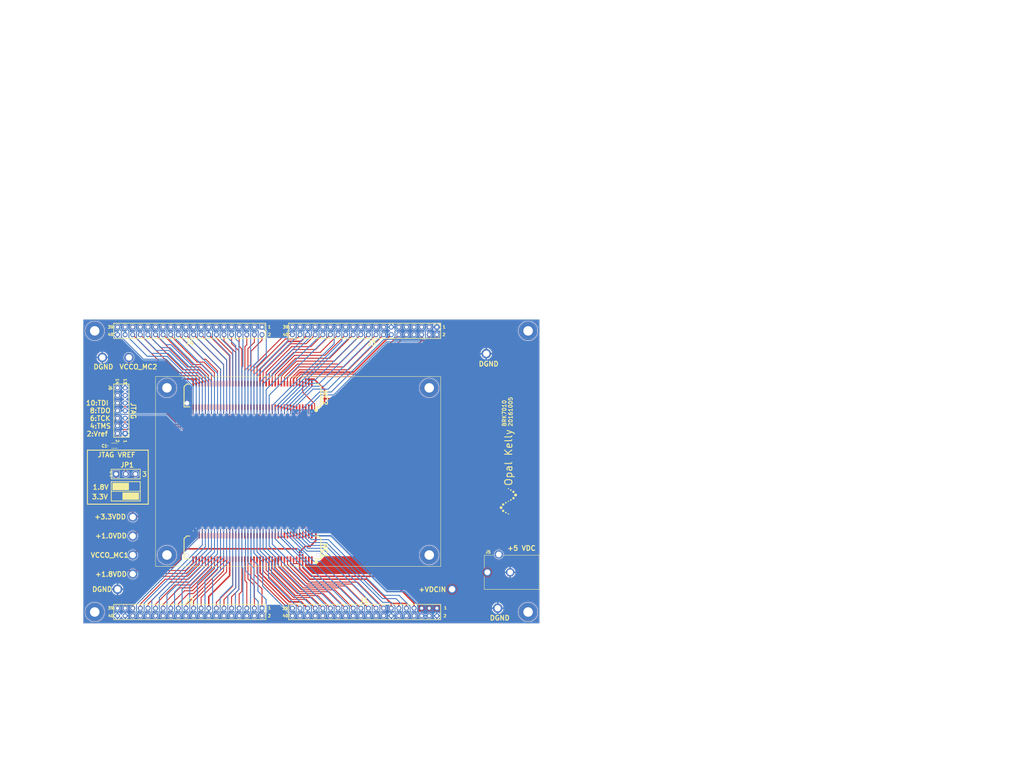
<source format=kicad_pcb>
(kicad_pcb (version 20240108) (generator "pcbnew") (generator_version "8.0")
  (layers (0 "F.Cu" signal "Top Layer") (31 "B.Cu" signal "Bottom Layer") (34 "B.Paste" user "Bottom Paste") (35 "F.Paste" user "Top Paste") (36 "B.SilkS" user "Bottom Overlay") (37 "F.SilkS" user "Top Overlay") (38 "B.Mask" user "Bottom Solder") (39 "F.Mask" user "Top Solder") (44 "Edge.Cuts" user))
  (net 0 "")
  (net 1 "XADC_VP")
  (net 2 "XADC_VN")
  (net 3 "VCCO_MC2")
  (net 4 "VCCO_MC1")
  (net 5 "SYS_CLK_MC2")
  (net 6 "SYS_CLK_MC1")
  (net 7 "NetC1_2")
  (net 8 "FPGA_TMS")
  (net 9 "FPGA_TDO")
  (net 10 "FPGA_TDI")
  (net 11 "FPGA_TCK")
  (net 12 "DGND")
  (net 13 "MC1_19")
  (net 14 "MC1_21")
  (net 15 "MC1_28")
  (net 16 "MC1_30")
  (net 17 "MC1_20")
  (net 18 "MC1_22")
  (net 19 "MC1_15")
  (net 20 "MC1_17")
  (net 21 "MC1_16")
  (net 22 "MC1_18")
  (net 23 "MC1_23")
  (net 24 "MC1_25")
  (net 25 "MC1_32")
  (net 26 "MC1_34")
  (net 27 "MC1_42")
  (net 28 "MC1_44")
  (net 29 "MC1_24")
  (net 30 "MC1_26")
  (net 31 "MC1_27")
  (net 32 "MC1_29")
  (net 33 "MC1_31")
  (net 34 "MC1_33")
  (net 35 "MC1_77")
  (net 36 "MC1_79")
  (net 37 "MC1_45")
  (net 38 "MC1_47")
  (net 39 "MC1_46")
  (net 40 "MC1_48")
  (net 41 "MC1_38")
  (net 42 "MC1_40")
  (net 43 "MC1_41")
  (net 44 "MC1_43")
  (net 45 "MC1_37")
  (net 46 "MC1_39")
  (net 47 "MC1_54")
  (net 48 "MC1_58")
  (net 49 "MC1_50")
  (net 50 "MC1_52")
  (net 51 "MC1_49")
  (net 52 "MC1_51")
  (net 53 "MC1_53")
  (net 54 "MC1_57")
  (net 55 "MC1_60")
  (net 56 "MC1_62")
  (net 57 "MC1_59")
  (net 58 "MC1_61")
  (net 59 "MC2_63")
  (net 60 "MC2_65")
  (net 61 "MC2_68")
  (net 62 "MC2_70")
  (net 63 "MC2_67")
  (net 64 "MC2_69")
  (net 65 "MC2_75")
  (net 66 "MC2_76")
  (net 67 "MC2_72")
  (net 68 "MC2_74")
  (net 69 "MC2_71")
  (net 70 "MC2_73")
  (net 71 "MC1_71")
  (net 72 "MC1_73")
  (net 73 "MC1_68")
  (net 74 "MC1_70")
  (net 75 "MC1_75")
  (net 76 "MC1_76")
  (net 77 "MC1_63")
  (net 78 "MC1_65")
  (net 79 "MC1_67")
  (net 80 "MC1_69")
  (net 81 "MC1_72")
  (net 82 "MC1_74")
  (net 83 "MC1_64")
  (net 84 "MC1_66")
  (net 85 "MC2_19")
  (net 86 "MC2_21")
  (net 87 "MC2_37")
  (net 88 "MC2_39")
  (net 89 "MC2_28")
  (net 90 "MC2_30")
  (net 91 "MC2_45")
  (net 92 "MC2_47")
  (net 93 "MC2_20")
  (net 94 "MC2_22")
  (net 95 "MC2_41")
  (net 96 "MC2_43")
  (net 97 "MC2_16")
  (net 98 "MC2_18")
  (net 99 "MC2_15")
  (net 100 "MC2_17")
  (net 101 "MC2_24")
  (net 102 "MC2_26")
  (net 103 "MC2_23")
  (net 104 "MC2_25")
  (net 105 "MC2_31")
  (net 106 "MC2_33")
  (net 107 "MC2_38")
  (net 108 "MC2_40")
  (net 109 "MC2_77")
  (net 110 "MC2_79")
  (net 111 "MC2_42")
  (net 112 "MC2_44")
  (net 113 "MC2_27")
  (net 114 "MC2_29")
  (net 115 "MC2_32")
  (net 116 "MC2_34")
  (net 117 "MC2_54")
  (net 118 "MC2_58")
  (net 119 "MC2_53")
  (net 120 "MC2_57")
  (net 121 "MC2_49")
  (net 122 "MC2_51")
  (net 123 "MC2_46")
  (net 124 "MC2_48")
  (net 125 "MC2_60")
  (net 126 "MC2_62")
  (net 127 "MC2_50")
  (net 128 "MC2_52")
  (net 129 "MC2_64")
  (net 130 "MC2_66")
  (net 131 "MC2_59")
  (net 132 "MC2_61")
  (net 133 "MC2_12")
  (net 134 "MC2_10")
  (net 135 "+VDCIN")
  (net 136 "+VCCBATT")
  (net 137 "+3.3VDD")
  (net 138 "+1.8VDD")
  (net 139 "+1.0VDD")
  (footprint "Aligni.DbLib:TP-PTH-65/100" (layer "F.Cu") (at 194.50109 74.0036 90)
    (property "Reference" "TP7" (hide yes))
    (property "Value" "DGND")
  )
  (footprint "OpalKelly.IntLib:HDR2X20-2MM" (layer "F.Cu") (at 116.5011 142.0036 180)
    (property "Reference" "J2")
    (property "Value" "0877584016" (hide yes))
  )
  (footprint "Aligni.DbLib:FID1MM/2MM-SS" (layer "F.Cu") (at 153.70569 120.7184 90)
    (property "Reference" "FID3" (hide yes))
    (property "Value" "FIDUCIAL" (hide yes))
  )
  (footprint "Aligni.DbLib:FID1MM/2MM-SS" (layer "F.Cu") (at 202.47369 138.4984 90)
    (property "Reference" "FID7" (hide yes))
    (property "Value" "FIDUCIAL" (hide yes))
  )
  (footprint "" (layer "F.Cu") (at 179.5011 83.0036)
    (property "Reference" "")
    (property "Value" "")
  )
  (footprint "OpalKelly.IntLib:HDR2X20-2MM" (layer "F.Cu") (at 162.5011 142.0036 180)
    (property "Reference" "J1")
    (property "Value" "0877584016" (hide yes))
  )
  (footprint "c__work_AltiumLibrary_Footprints_BTE-040.PcbLib:BTE-040" (layer "F.Cu") (at 133.00109 85.00362 180)
    (property "Reference" "MC2")
    (property "Value" "BTE-040-01-F-D-A" (hide yes))
  )
  (footprint "Aligni.DbLib:TP-PTH-65/100" (layer "F.Cu") (at 93.5011 75.0036 90)
    (property "Reference" "TP10" (hide yes))
    (property "Value" "DGND")
  )
  (footprint "OpalKelly.IntLib:HDR2X20-2MM" (layer "F.Cu") (at 162.5011 68.0036 180)
    (property "Reference" "J3")
    (property "Value" "0877584016" (hide yes))
  )
  (footprint "" (layer "F.Cu") (at 179.5011 127.0036)
    (property "Reference" "")
    (property "Value" "")
  )
  (footprint "Aligni.DbLib:FID1MM/2MM-SS" (layer "F.Cu") (at 95.5011 72.0036 90)
    (property "Reference" "FID5" (hide yes))
    (property "Value" "FIDUCIAL" (hide yes))
  )
  (footprint "c__work_AltiumLibrary_Footprints_HDR1X3.PcbLib:HDR1X3" (layer "F.Cu") (at 97.12289 105.6922)
    (property "Reference" "JP1")
    (property "Value" "PBC03SAAN" (hide yes))
  )
  (footprint "c__work_AltiumLibrary_Footprints_HDR2X7-2MM.PcbLib:HDR2X7-2MM" (layer "F.Cu") (at 98.5011 89.0036 90)
    (property "Reference" "J6")
    (property "Value" "87831-1420" (hide yes))
  )
  (footprint "Aligni.DbLib:FID1MM/2MM-SS" (layer "F.Cu") (at 113.49749 88.4604 90)
    (property "Reference" "FID1" (hide yes))
    (property "Value" "FIDUCIAL" (hide yes))
  )
  (footprint "" (layer "F.Cu") (at 110.5011 127.0036)
    (property "Reference" "")
    (property "Value" "")
  )
  (footprint "c__work_AltiumLibrary_Footprints_BTE-040.PcbLib:BTE-040" (layer "F.Cu") (at 133.00109 125.00362 180)
    (property "Reference" "MC1")
    (property "Value" "BTE-040-01-F-D-A" (hide yes))
  )
  (footprint "Aligni.DbLib:TP-PTH-65/100" (layer "F.Cu") (at 101.50109 132.0036 90)
    (property "Reference" "TP4" (hide yes))
    (property "Value" "+1.8VDD")
  )
  (footprint "Aligni.DbLib:okLogo-23x5" (layer "F.Cu") (at 200.3011 116.2036 90)
    (property "Reference" "*1" (hide yes))
    (property "Value" "Opal Kelly Logo" (hide yes))
  )
  (footprint "c__work_AltiumLibrary_Footprints_CAPC1608N.PcbLib:CAPC1608N" (layer "F.Cu") (at 96.68269 98.2394)
    (property "Reference" "C1")
    (property "Value" "C0603C104K4RACTU" (hide yes))
  )
  (footprint "Aligni.DbLib:FID1MM/2MM-SS" (layer "F.Cu") (at 152.43569 89.5526 90)
    (property "Reference" "FID2" (hide yes))
    (property "Value" "FIDUCIAL" (hide yes))
  )
  (footprint "Aligni.DbLib:FID1MM/2MM-SS" (layer "F.Cu") (at 114.25949 120.6422 90)
    (property "Reference" "FID4" (hide yes))
    (property "Value" "FIDUCIAL" (hide yes))
  )
  (footprint "OpalKelly.IntLib:HDR2X20-2MM" (layer "F.Cu") (at 116.5011 68.0036 180)
    (property "Reference" "J4")
    (property "Value" "0877584016" (hide yes))
  )
  (footprint "OpalKelly.IntLib:CUI-PJ102A" (layer "F.Cu") (at 208.4891 131.5516 90)
    (property "Reference" "J5")
    (property "Value" "PJ-102AH" (hide yes))
  )
  (footprint "Aligni.DbLib:TP-PTH-65/100" (layer "F.Cu") (at 97.50109 136.0036 90)
    (property "Reference" "TP9" (hide yes))
    (property "Value" "DGND")
  )
  (footprint "Aligni.DbLib:TP-PTH-65/100" (layer "F.Cu") (at 197.50109 141.0036 90)
    (property "Reference" "TP8" (hide yes))
    (property "Value" "DGND")
  )
  (footprint "Aligni.DbLib:TP-PTH-65/100" (layer "F.Cu") (at 101.50109 127.0036 90)
    (property "Reference" "TP2" (hide yes))
    (property "Value" "VCCO_MC1")
  )
  (footprint "Aligni.DbLib:FID1MM/2MM-SS" (layer "F.Cu") (at 200.5011 70.0036 90)
    (property "Reference" "FID6" (hide yes))
    (property "Value" "FIDUCIAL" (hide yes))
  )
  (footprint "Aligni.DbLib:FID1MM/2MM-SS" (layer "F.Cu") (at 95.5011 138.0036 90)
    (property "Reference" "FID8" (hide yes))
    (property "Value" "FIDUCIAL" (hide yes))
  )
  (footprint "Aligni.DbLib:TP-PTH-65/100" (layer "F.Cu") (at 100.50109 75.0036 90)
    (property "Reference" "TP5" (hide yes))
    (property "Value" "VCCO_MC2")
  )
  (footprint "" (layer "F.Cu") (at 205.5011 68.0036)
    (property "Reference" "")
    (property "Value" "")
  )
  (footprint "" (layer "F.Cu") (at 91.50109 142.0036)
    (property "Reference" "")
    (property "Value" "")
  )
  (footprint "Aligni.DbLib:TP-PTH-65/100" (layer "F.Cu") (at 101.50109 117.0036 90)
    (property "Reference" "TP3" (hide yes))
    (property "Value" "+3.3VDD")
  )
  (footprint "Aligni.DbLib:TP-PTH-65/100" (layer "F.Cu") (at 185.50109 136.0036 90)
    (property "Reference" "TP1" (hide yes))
    (property "Value" "+VDCIN")
  )
  (footprint "" (layer "F.Cu") (at 205.5011 142.0036)
    (property "Reference" "")
    (property "Value" "")
  )
  (footprint "Aligni.DbLib:TP-PTH-65/100" (layer "F.Cu") (at 101.50109 122.0036 90)
    (property "Reference" "TP6" (hide yes))
    (property "Value" "+1.0VDD")
  )
  (footprint "" (layer "F.Cu") (at 91.50109 68.0036)
    (property "Reference" "")
    (property "Value" "")
  )
  (footprint "" (layer "F.Cu") (at 110.5011 83.0036)
    (property "Reference" "")
    (property "Value" "")
  )
  (gr_poly (pts (xy 196.0011 128.9036) (xy 192.4011 128.9036) (xy 190.5759 130.7288) (xy 177.2487 130.7288) (xy 173.84509 127.3252) (xy 151.97569 127.3252) (xy 149.89729 129.4036) (xy 146.8011 129.4036) (xy 146.8011 130.0246) (xy 148.79788 132.02139) (xy 171.50547 132.0214) (xy 176.50111 137.017) (xy 176.5011 141.6036) (xy 176.9011 142.0036) (xy 192.9011 142.0036) (xy 197.6011 137.3036) (xy 197.6011 130.5036)) (fill solid) (layer "F.Cu") (net 135))
  (gr_line (start 103.47289 110.2388) (end 103.47289 107.6988) (stroke (width 0.2032)) (layer "F.SilkS"))
  (gr_line (start 89.57909 113.617) (end 89.57909 99.393) (stroke (width 0.254)) (layer "F.SilkS"))
  (gr_line (start 95.85289 107.6988) (end 103.47289 107.6988) (stroke (width 0.2032)) (layer "F.SilkS"))
  (gr_line (start 105.58109 113.617) (end 105.58109 99.393) (stroke (width 0.254)) (layer "F.SilkS"))
  (gr_rect (start 96.15769 109.934) (end 100.50109 108.0036) (fill solid) (layer "F.SilkS"))
  (gr_line (start 107.63009 80.0036) (end 182.5011 80.0036) (stroke (width 0.12)) (layer "F.SilkS"))
  (gr_line (start 182.5011 130.0036) (end 182.5011 80.0036) (stroke (width 0.12)) (layer "F.SilkS"))
  (gr_line (start 107.5011 130.0036) (end 182.5011 130.0036) (stroke (width 0.12)) (layer "F.SilkS"))
  (gr_rect (start 98.79929 112.474) (end 103.14269 110.5436) (fill solid) (layer "F.SilkS"))
  (gr_line (start 95.85289 110.2388) (end 95.85289 107.6988) (stroke (width 0.2032)) (layer "F.SilkS"))
  (gr_line (start 95.85289 110.2388) (end 103.47289 110.2388) (stroke (width 0.2032)) (layer "F.SilkS"))
  (gr_line (start 95.85289 112.7788) (end 95.85289 110.2388) (stroke (width 0.2032)) (layer "F.SilkS"))
  (gr_line (start 89.57909 99.393) (end 105.58109 99.393) (stroke (width 0.254)) (layer "F.SilkS"))
  (gr_line (start 95.85289 112.7788) (end 103.47289 112.7788) (stroke (width 0.2032)) (layer "F.SilkS"))
  (gr_line (start 107.5011 130.0036) (end 107.5011 80.0036) (stroke (width 0.12)) (layer "F.SilkS"))
  (gr_line (start 103.47289 112.7788) (end 103.47289 110.2388) (stroke (width 0.2032)) (layer "F.SilkS"))
  (gr_line (start 89.57909 113.617) (end 105.58109 113.617) (stroke (width 0.254)) (layer "F.SilkS"))
  (gr_line (start 88.5011 145.0036) (end 88.5011 65.0036) (stroke (width 0.05)) (layer "Edge.Cuts"))
  (gr_line (start 208.5011 145.0036) (end 88.5011 145.0036) (stroke (width 0.05)) (layer "Edge.Cuts"))
  (gr_line (start 88.5011 65.0036) (end 208.5011 65.0036) (stroke (width 0.05)) (layer "Edge.Cuts"))
  (gr_line (start 208.5011 65.0036) (end 208.5011 145.0036) (stroke (width 0.05)) (layer "Edge.Cuts"))
  (gr_text "+5 VDC" (at 199.90829 125.953975 0) (layer "F.SilkS") (effects (font (size 1.27 1.27) (thickness 0.254)) (justify left bottom)))
  (gr_text "4:TMS" (at 90.09027 93.817375 360) (layer "F.SilkS") (effects (font (size 1.27 1.27) (thickness 0.254)) (justify left bottom)))
  (gr_text "10:TDI" (at 89.06269 87.742975 360) (layer "F.SilkS") (effects (font (size 1.27 1.27) (thickness 0.254)) (justify left bottom)))
  (gr_text "8:TDO" (at 90.09027 89.753375 360) (layer "F.SilkS") (effects (font (size 1.27 1.27) (thickness 0.254)) (justify left bottom)))
  (gr_text "JTAG VREF" (at 92.14449 101.377375 0) (layer "F.SilkS") (effects (font (size 1.27 1.27) (thickness 0.254)) (justify left bottom)))
  (gr_text "JTAG" (at 100.895915 86.7332 270) (layer "F.SilkS") (effects (font (size 1.27 1.27) (thickness 0.254)) (justify left bottom)))
  (gr_text "2:Vref" (at 89.24388 95.849375 360) (layer "F.SilkS") (effects (font (size 1.27 1.27) (thickness 0.254)) (justify left bottom)))
  (gr_text "6:TCK" (at 90.09027 91.785375 360) (layer "F.SilkS") (effects (font (size 1.27 1.27) (thickness 0.254)) (justify left bottom)))
  (gr_text "1.8V" (at 90.84909 109.886375 0) (layer "F.SilkS") (effects (font (size 1.27 1.27) (thickness 0.254)) (justify left bottom)))
  (gr_text "3.3V" (at 90.64589 112.426375 0) (layer "F.SilkS") (effects (font (size 1.27 1.27) (thickness 0.254)) (justify left bottom)))
  (gr_text_box "BRK7010\n20161005" (start 197.89271 94.051528) (end 202.38182 84.132132) (angle 90) (layer "F.SilkS") (effects (font (size 1.016 1.016) (thickness 0.203)) (justify left top)) (border no) (stroke (width 0.1)))
  (segment (start 144.60109 120.65361) (end 144.61249 120.6422) (width 0.254) (layer "F.Cu") (net 1))
  (segment (start 144.60109 121.91862) (end 144.60109 120.65361) (width 0.254) (layer "F.Cu") (net 1))
  (via (at 144.61249 120.6422) (size 0.508) (drill 0.254) (layers "F.Cu" "B.Cu") (net 1))
  (segment (start 170.49509 141.9976) (end 170.49509 140.4796) (width 0.254) (layer "B.Cu") (net 1))
  (segment (start 170.49509 141.9976) (end 171.5011 143.0036) (width 0.254) (layer "B.Cu") (net 1))
  (segment (start 144.61249 121.201) (end 147.88909 124.4776) (width 0.254) (layer "B.Cu") (net 1))
  (segment (start 169.4791 139.4636) (end 170.49509 140.4796) (width 0.254) (layer "B.Cu") (net 1))
  (segment (start 167.2185 139.4636) (end 169.4791 139.4636) (width 0.254) (layer "B.Cu") (net 1))
  (segment (start 152.23249 124.4776) (end 167.2185 139.4636) (width 0.254) (layer "B.Cu") (net 1))
  (segment (start 147.88909 124.4776) (end 152.23249 124.4776) (width 0.254) (layer "B.Cu") (net 1))
  (segment (start 144.61249 121.201) (end 144.61249 120.6422) (width 0.254) (layer "B.Cu") (net 1))
  (segment (start 145.39989 119.931) (end 145.40109 119.93219) (width 0.254) (layer "F.Cu") (net 2))
  (segment (start 145.40109 121.91862) (end 145.40109 119.93219) (width 0.254) (layer "F.Cu") (net 2))
  (via (at 145.39989 119.931) (size 0.508) (drill 0.254) (layers "F.Cu" "B.Cu") (net 2))
  (segment (start 172.50169 142.0042) (end 173.5011 143.0036) (width 0.254) (layer "B.Cu") (net 2))
  (segment (start 170.74909 138.473) (end 172.50169 140.2256) (width 0.254) (layer "B.Cu") (net 2))
  (segment (start 145.39989 120.9724) (end 145.39989 119.931) (width 0.254) (layer "B.Cu") (net 2))
  (segment (start 148.14309 123.7156) (end 152.46109 123.7156) (width 0.254) (layer "B.Cu") (net 2))
  (segment (start 167.21849 138.473) (end 170.74909 138.473) (width 0.254) (layer "B.Cu") (net 2))
  (segment (start 152.46109 123.7156) (end 167.21849 138.473) (width 0.254) (layer "B.Cu") (net 2))
  (segment (start 145.39989 120.9724) (end 148.14309 123.7156) (width 0.254) (layer "B.Cu") (net 2))
  (segment (start 172.50169 142.0042) (end 172.50169 140.2256) (width 0.254) (layer "B.Cu") (net 2))
  (segment (start 100.50109 80.4424) (end 106.53789 86.4792) (width 0.4064) (layer "F.Cu") (net 3))
  (segment (start 135.00109 88.08862) (end 135.01129 88.09883) (width 0.254) (layer "F.Cu") (net 3))
  (segment (start 135.01129 90.086) (end 135.01129 88.09883) (width 0.254) (layer "F.Cu") (net 3))
  (segment (start 106.53789 86.4792) (end 108.97629 86.4792) (width 0.4064) (layer "F.Cu") (net 3))
  (segment (start 100.50109 80.4424) (end 100.50109 75.0036) (width 0.4064) (layer "F.Cu") (net 3))
  (segment (start 127.00109 88.08862) (end 127.01029 88.09783) (width 0.254) (layer "F.Cu") (net 3))
  (segment (start 113.70069 91.2036) (end 127.01029 91.2036) (width 0.4064) (layer "F.Cu") (net 3))
  (segment (start 133.89369 91.2036) (end 135.01129 90.086) (width 0.4064) (layer "F.Cu") (net 3))
  (segment (start 108.97629 86.4792) (end 113.70069 91.2036) (width 0.4064) (layer "F.Cu") (net 3))
  (segment (start 127.01029 91.2036) (end 133.89369 91.2036) (width 0.4064) (layer "F.Cu") (net 3))
  (segment (start 127.01029 90.086) (end 127.01029 88.09783) (width 0.254) (layer "F.Cu") (net 3))
  (segment (start 127.01029 91.2036) (end 127.01029 90.086) (width 0.4064) (layer "F.Cu") (net 3))
  (via (at 135.01129 90.086) (size 0.508) (drill 0.254) (layers "F.Cu" "B.Cu") (net 3))
  (via (at 127.01029 90.086) (size 0.508) (drill 0.254) (layers "F.Cu" "B.Cu") (net 3))
  (segment (start 121.5011 67.0036) (end 122.48909 67.9916) (width 0.254) (layer "B.Cu") (net 3))
  (segment (start 122.48909 69.8676) (end 127.01029 74.3888) (width 0.254) (layer "B.Cu") (net 3))
  (segment (start 146.49209 68.0126) (end 147.5011 67.0036) (width 0.254) (layer "B.Cu") (net 3))
  (segment (start 122.48909 69.8676) (end 122.48909 67.9916) (width 0.254) (layer "B.Cu") (net 3))
  (segment (start 127.01029 90.086) (end 127.01029 74.3888) (width 0.254) (layer "B.Cu") (net 3))
  (segment (start 146.49209 69.9946) (end 146.49209 68.0126) (width 0.254) (layer "B.Cu") (net 3))
  (segment (start 135.01129 81.4754) (end 146.49209 69.9946) (width 0.254) (layer "B.Cu") (net 3))
  (segment (start 135.01129 90.086) (end 135.01129 81.4754) (width 0.254) (layer "B.Cu") (net 3))
  (segment (start 101.50109 127.0036) (end 109.64049 118.8642) (width 0.4064) (layer "F.Cu") (net 4))
  (segment (start 109.64049 118.8642) (end 127.01029 118.8642) (width 0.4064) (layer "F.Cu") (net 4))
  (segment (start 127.01029 120.6422) (end 127.01029 118.8642) (width 0.4064) (layer "F.Cu") (net 4))
  (segment (start 127.00109 120.65141) (end 127.01029 120.6422) (width 0.254) (layer "F.Cu") (net 4))
  (segment (start 127.01029 118.8642) (end 135.00109 118.8642) (width 0.4064) (layer "F.Cu") (net 4))
  (segment (start 127.00109 121.91862) (end 127.00109 120.65141) (width 0.254) (layer "F.Cu") (net 4))
  (segment (start 135.00109 121.91862) (end 135.00109 120.63199) (width 0.254) (layer "F.Cu") (net 4))
  (segment (start 135.00109 120.63199) (end 135.00109 118.8642) (width 0.4064) (layer "F.Cu") (net 4))
  (via (at 135.01129 120.6422) (size 0.508) (drill 0.254) (layers "F.Cu" "B.Cu") (net 4))
  (via (at 127.01029 120.6422) (size 0.508) (drill 0.254) (layers "F.Cu" "B.Cu") (net 4))
  (segment (start 122.51449 141.9902) (end 122.51449 133.0882) (width 0.254) (layer "B.Cu") (net 4))
  (segment (start 121.5011 143.0036) (end 122.51449 141.9902) (width 0.254) (layer "B.Cu") (net 4))
  (segment (start 137.98309 131.7928) (end 137.98309 128.8972) (width 0.254) (layer "B.Cu") (net 4))
  (segment (start 135.01129 125.9254) (end 137.98309 128.8972) (width 0.254) (layer "B.Cu") (net 4))
  (segment (start 137.98309 131.7928) (end 146.49209 140.3018) (width 0.254) (layer "B.Cu") (net 4))
  (segment (start 127.01029 128.5924) (end 127.01029 120.6422) (width 0.254) (layer "B.Cu") (net 4))
  (segment (start 122.51449 133.0882) (end 127.01029 128.5924) (width 0.254) (layer "B.Cu") (net 4))
  (segment (start 146.49209 141.9946) (end 147.5011 143.0036) (width 0.254) (layer "B.Cu") (net 4))
  (segment (start 135.01129 125.9254) (end 135.01129 120.6422) (width 0.254) (layer "B.Cu") (net 4))
  (segment (start 146.49209 141.9946) (end 146.49209 140.3018) (width 0.254) (layer "B.Cu") (net 4))
  (segment (start 144.61249 90.086) (end 144.61249 88.10002) (width 0.254) (layer "F.Cu") (net 5))
  (segment (start 144.60109 88.08862) (end 144.61249 88.10002) (width 0.254) (layer "F.Cu") (net 5))
  (via (at 144.61249 90.086) (size 0.508) (drill 0.254) (layers "F.Cu" "B.Cu") (net 5))
  (segment (start 169.86009 70.2486) (end 170.49509 69.6136) (width 0.254) (layer "B.Cu") (net 5))
  (segment (start 144.61249 90.086) (end 150.60689 84.0916) (width 0.254) (layer "B.Cu") (net 5))
  (segment (start 170.49509 68.0096) (end 171.5011 67.0036) (width 0.254) (layer "B.Cu") (net 5))
  (segment (start 170.49509 69.6136) (end 170.49509 68.0096) (width 0.254) (layer "B.Cu") (net 5))
  (segment (start 167.57409 70.2486) (end 169.86009 70.2486) (width 0.254) (layer "B.Cu") (net 5))
  (segment (start 150.60689 84.0916) (end 153.73109 84.0916) (width 0.254) (layer "B.Cu") (net 5))
  (segment (start 153.73109 84.0916) (end 167.57409 70.2486) (width 0.254) (layer "B.Cu") (net 5))
  (segment (start 146.20109 121.91862) (end 146.20109 120.65381) (width 0.254) (layer "F.Cu") (net 6))
  (segment (start 146.20109 120.65381) (end 146.21269 120.6422) (width 0.254) (layer "F.Cu") (net 6))
  (via (at 146.21269 120.6422) (size 0.508) (drill 0.254) (layers "F.Cu" "B.Cu") (net 6))
  (segment (start 148.52409 122.9536) (end 152.96909 122.9536) (width 0.254) (layer "B.Cu") (net 6))
  (segment (start 167.63759 137.6221) (end 171.57459 137.6221) (width 0.254) (layer "B.Cu") (net 6))
  (segment (start 146.21269 120.6422) (end 148.52409 122.9536) (width 0.254) (layer "B.Cu") (net 6))
  (segment (start 171.57459 137.6221) (end 174.48289 140.5304) (width 0.254) (layer "B.Cu") (net 6))
  (segment (start 152.96909 122.9536) (end 167.63759 137.6221) (width 0.254) (layer "B.Cu") (net 6))
  (segment (start 174.48289 141.9854) (end 175.5011 143.0036) (width 0.254) (layer "B.Cu") (net 6))
  (segment (start 174.48289 141.9854) (end 174.48289 140.5304) (width 0.254) (layer "B.Cu") (net 6))
  (segment (start 97.48289 101.986) (end 99.66289 104.166) (width 0.4064) (layer "F.Cu") (net 7))
  (segment (start 99.66289 105.6922) (end 99.66289 104.166) (width 0.4064) (layer "F.Cu") (net 7))
  (segment (start 97.48289 97.6552) (end 97.48289 95.0218) (width 0.4064) (layer "F.Cu") (net 7))
  (segment (start 97.48289 101.986) (end 97.48289 97.6552) (width 0.4064) (layer "F.Cu") (net 7))
  (segment (start 97.48289 95.0218) (end 97.50109 95.0036) (width 0.4064) (layer "F.Cu") (net 7))
  (segment (start 144.71409 92.6514) (end 146.20109 91.16441) (width 0.254) (layer "F.Cu") (net 8))
  (segment (start 146.20109 91.16441) (end 146.20109 88.08862) (width 0.254) (layer "F.Cu") (net 8))
  (segment (start 111.69409 92.6514) (end 144.71409 92.6514) (width 0.254) (layer "F.Cu") (net 8))
  (segment (start 111.03369 91.991) (end 111.69409 92.6514) (width 0.254) (layer "F.Cu") (net 8))
  (segment (start 97.50109 93.0036) (end 98.51369 91.991) (width 0.254) (layer "F.Cu") (net 8))
  (segment (start 98.51369 91.991) (end 111.03369 91.991) (width 0.254) (layer "F.Cu") (net 8))
  (segment (start 114.38649 93.9214) (end 146.03489 93.9214) (width 0.254) (layer "F.Cu") (net 9))
  (segment (start 146.20109 84.07999) (end 149.33689 87.2158) (width 0.254) (layer "F.Cu") (net 9))
  (segment (start 149.33689 90.6194) (end 149.33689 87.2158) (width 0.254) (layer "F.Cu") (net 9))
  (segment (start 146.03489 93.9214) (end 149.33689 90.6194) (width 0.254) (layer "F.Cu") (net 9))
  (segment (start 146.20109 84.07999) (end 146.20109 81.91862) (width 0.254) (layer "F.Cu") (net 9))
  (via (at 114.38649 93.9214) (size 0.508) (drill 0.254) (layers "F.Cu" "B.Cu") (net 9))
  (segment (start 97.50109 89.0036) (end 98.4819 89.9844) (width 0.254) (layer "B.Cu") (net 9))
  (segment (start 110.44949 89.9844) (end 114.38649 93.9214) (width 0.254) (layer "B.Cu") (net 9))
  (segment (start 98.4819 89.9844) (end 110.44949 89.9844) (width 0.254) (layer "B.Cu") (net 9))
  (segment (start 108.79849 88.0032) (end 112.76089 91.9656) (width 0.254) (layer "F.Cu") (net 10))
  (segment (start 144.28349 91.9656) (end 145.40109 90.848) (width 0.254) (layer "F.Cu") (net 10))
  (segment (start 98.50069 88.0032) (end 108.79849 88.0032) (width 0.254) (layer "F.Cu") (net 10))
  (segment (start 145.40109 90.848) (end 145.40109 88.08862) (width 0.254) (layer "F.Cu") (net 10))
  (segment (start 112.76089 91.9656) (end 144.28349 91.9656) (width 0.254) (layer "F.Cu") (net 10))
  (segment (start 97.50109 87.0036) (end 98.50069 88.0032) (width 0.254) (layer "F.Cu") (net 10))
  (segment (start 96.93669 93.9976) (end 111.59249 93.9976) (width 0.254) (layer "F.Cu") (net 11))
  (segment (start 112.30369 93.2864) (end 145.45169 93.2864) (width 0.254) (layer "F.Cu") (net 11))
  (segment (start 147.00109 91.737) (end 147.00109 88.08862) (width 0.254) (layer "F.Cu") (net 11))
  (segment (start 145.45169 93.2864) (end 147.00109 91.737) (width 0.254) (layer "F.Cu") (net 11))
  (segment (start 96.35249 93.4134) (end 96.93669 93.9976) (width 0.254) (layer "F.Cu") (net 11))
  (segment (start 111.59249 93.9976) (end 112.30369 93.2864) (width 0.254) (layer "F.Cu") (net 11))
  (segment (start 96.35249 92.1522) (end 97.50109 91.0036) (width 0.254) (layer "F.Cu") (net 11))
  (segment (start 96.35249 93.4134) (end 96.35249 92.1522) (width 0.254) (layer "F.Cu") (net 11))
  (segment (start 159.6201 78.8846) (end 169.5011 69.0036) (width 0.4064) (layer "F.Cu") (net 12))
  (segment (start 118.20109 81.91862) (end 118.20109 80.64459) (width 0.4064) (layer "F.Cu") (net 12))
  (segment (start 143.79969 119.931) (end 143.80109 119.93239) (width 0.4064) (layer "F.Cu") (net 12))
  (segment (start 114.53889 80.6626) (end 117.36109 80.6626) (width 0.4064) (layer "F.Cu") (net 12))
  (segment (start 121.5011 69.0036) (end 127.00109 74.50359) (width 0.4064) (layer "F.Cu") (net 12))
  (segment (start 94.93009 98.2394) (end 95.8827 98.2394) (width 0.4064) (layer "F.Cu") (net 12))
  (segment (start 117.40109 80.64459) (end 118.20109 80.64459) (width 0.4064) (layer "F.Cu") (net 12))
  (segment (start 121.5011 141.0036) (end 121.5011 137.937) (width 0.4064) (layer "F.Cu") (net 12))
  (segment (start 135.00109 131.65559) (end 142.68209 139.3366) (width 0.4064) (layer "F.Cu") (net 12))
  (segment (start 142.30109 70.7566) (end 145.7481 70.7566) (width 0.4064) (layer "F.Cu") (net 12))
  (segment (start 143.79969 88.09001) (end 143.80109 88.08862) (width 0.4064) (layer "F.Cu") (net 12))
  (segment (start 121.5011 137.937) (end 127.00109 132.43701) (width 0.4064) (layer "F.Cu") (net 12))
  (segment (start 148.60029 89.3494) (end 148.60029 88.08941) (width 0.4064) (layer "F.Cu") (net 12))
  (segment (start 135.00109 78.05661) (end 142.30109 70.7566) (width 0.4064) (layer "F.Cu") (net 12))
  (segment (start 143.80109 80.55961) (end 145.47609 78.8846) (width 0.4064) (layer "F.Cu") (net 12))
  (segment (start 148.60029 88.08941) (end 148.60109 88.08862) (width 0.4064) (layer "F.Cu") (net 12))
  (segment (start 143.80109 81.91862) (end 143.80109 80.55961) (width 0.4064) (layer "F.Cu") (net 12))
  (segment (start 135.00109 81.91862) (end 135.00109 78.05661) (width 0.4064) (layer "F.Cu") (net 12))
  (segment (start 117.40109 81.91862) (end 117.40109 80.64459) (width 0.4064) (layer "F.Cu") (net 12))
  (segment (start 145.8341 139.3366) (end 147.5011 141.0036) (width 0.4064) (layer "F.Cu") (net 12))
  (segment (start 145.47609 78.8846) (end 159.6201 78.8846) (width 0.4064) (layer "F.Cu") (net 12))
  (segment (start 127.00109 132.43701) (end 127.00109 128.08862) (width 0.4064) (layer "F.Cu") (net 12))
  (segment (start 142.68209 139.3366) (end 145.8341 139.3366) (width 0.4064) (layer "F.Cu") (net 12))
  (segment (start 117.40109 120.65021) (end 117.40909 120.6422) (width 0.4064) (layer "F.Cu") (net 12))
  (segment (start 143.79969 89.3494) (end 143.79969 88.09001) (width 0.4064) (layer "F.Cu") (net 12))
  (segment (start 127.00109 81.91862) (end 127.00109 74.50359) (width 0.4064) (layer "F.Cu") (net 12))
  (segment (start 145.7481 70.7566) (end 147.5011 69.0036) (width 0.4064) (layer "F.Cu") (net 12))
  (segment (start 135.00109 131.65559) (end 135.00109 128.08862) (width 0.4064) (layer "F.Cu") (net 12))
  (segment (start 148.60029 120.6422) (end 148.60109 121.91862) (width 0.4064) (layer "F.Cu") (net 12))
  (segment (start 117.40109 121.91862) (end 117.40109 120.65021) (width 0.4064) (layer "F.Cu") (net 12))
  (segment (start 118.19649 119.931) (end 118.20109 119.93559) (width 0.4064) (layer "F.Cu") (net 12))
  (segment (start 118.20109 121.91862) (end 118.20109 119.93559) (width 0.4064) (layer "F.Cu") (net 12))
  (segment (start 143.80109 121.91862) (end 143.80109 119.93239) (width 0.4064) (layer "F.Cu") (net 12))
  (via (at 118.19649 119.931) (size 0.508) (drill 0.254) (layers "F.Cu" "B.Cu") (net 12))
  (via (at 143.79969 119.931) (size 0.508) (drill 0.254) (layers "F.Cu" "B.Cu") (net 12))
  (via (at 117.40909 120.6422) (size 0.508) (drill 0.254) (layers "F.Cu" "B.Cu") (net 12))
  (via (at 143.79969 89.3494) (size 0.508) (drill 0.254) (layers "F.Cu" "B.Cu") (net 12))
  (via (at 114.53889 80.6626) (size 0.508) (drill 0.254) (layers "F.Cu" "B.Cu") (net 12))
  (via (at 94.93009 98.2394) (size 0.508) (drill 0.254) (layers "F.Cu" "B.Cu") (net 12))
  (via (at 148.60029 89.3494) (size 0.508) (drill 0.254) (layers "F.Cu" "B.Cu") (net 12))
  (via (at 148.60029 120.6422) (size 0.508) (drill 0.254) (layers "F.Cu" "B.Cu") (net 12))
  (segment (start 146.87309 135.1456) (end 157.6431 135.1456) (width 0.254) (layer "F.Cu") (net 13))
  (segment (start 141.40109 129.67359) (end 141.40109 128.08862) (width 0.254) (layer "F.Cu") (net 13))
  (segment (start 141.40109 129.67359) (end 146.87309 135.1456) (width 0.254) (layer "F.Cu") (net 13))
  (segment (start 157.6431 135.1456) (end 163.5011 141.0036) (width 0.254) (layer "F.Cu") (net 13))
  (segment (start 156.1511 135.6536) (end 161.5011 141.0036) (width 0.254) (layer "F.Cu") (net 14))
  (segment (start 146.36509 135.6536) (end 156.1511 135.6536) (width 0.254) (layer "F.Cu") (net 14))
  (segment (start 140.60109 129.88959) (end 140.60109 128.08862) (width 0.254) (layer "F.Cu") (net 14))
  (segment (start 140.60109 129.88959) (end 146.36509 135.6536) (width 0.254) (layer "F.Cu") (net 14))
  (segment (start 138.20109 120.65281) (end 138.21169 120.6422) (width 0.254) (layer "F.Cu") (net 15))
  (segment (start 138.20109 121.91862) (end 138.20109 120.65281) (width 0.254) (layer "F.Cu") (net 15))
  (via (at 138.21169 120.6422) (size 0.508) (drill 0.254) (layers "F.Cu" "B.Cu") (net 15))
  (segment (start 138.21169 124.1474) (end 138.21169 120.6422) (width 0.254) (layer "B.Cu") (net 15))
  (segment (start 138.21169 124.1474) (end 154.49309 140.4288) (width 0.254) (layer "B.Cu") (net 15))
  (segment (start 154.49309 141.9956) (end 155.5011 143.0036) (width 0.254) (layer "B.Cu") (net 15))
  (segment (start 154.49309 141.9956) (end 154.49309 140.4288) (width 0.254) (layer "B.Cu") (net 15))
  (segment (start 137.40109 121.91862) (end 137.40109 119.93319) (width 0.254) (layer "F.Cu") (net 16))
  (segment (start 137.39889 119.931) (end 137.40109 119.93319) (width 0.254) (layer "F.Cu") (net 16))
  (via (at 137.39889 119.931) (size 0.508) (drill 0.254) (layers "F.Cu" "B.Cu") (net 16))
  (segment (start 137.39889 124.6554) (end 140.26909 127.5256) (width 0.254) (layer "B.Cu") (net 16))
  (segment (start 137.39889 124.6554) (end 137.39889 119.931) (width 0.254) (layer "B.Cu") (net 16))
  (segment (start 140.26909 128.2876) (end 140.26909 127.5256) (width 0.254) (layer "B.Cu") (net 16))
  (segment (start 152.51189 142.0144) (end 152.51189 140.5304) (width 0.254) (layer "B.Cu") (net 16))
  (segment (start 140.26909 128.2876) (end 152.51189 140.5304) (width 0.254) (layer "B.Cu") (net 16))
  (segment (start 152.51189 142.0144) (end 153.5011 143.0036) (width 0.254) (layer "B.Cu") (net 16))
  (segment (start 141.40109 120.65321) (end 141.41209 120.6422) (width 0.254) (layer "F.Cu") (net 17))
  (segment (start 141.40109 121.91862) (end 141.40109 120.65321) (width 0.254) (layer "F.Cu") (net 17))
  (via (at 141.41209 120.6422) (size 0.508) (drill 0.254) (layers "F.Cu" "B.Cu") (net 17))
  (segment (start 162.49409 141.9966) (end 163.5011 143.0036) (width 0.254) (layer "B.Cu") (net 17))
  (segment (start 141.41209 120.9216) (end 149.15909 128.6686) (width 0.254) (layer "B.Cu") (net 17))
  (segment (start 149.15909 128.6686) (end 150.91169 128.6686) (width 0.254) (layer "B.Cu") (net 17))
  (segment (start 150.91169 128.6686) (end 162.49409 140.251) (width 0.254) (layer "B.Cu") (net 17))
  (segment (start 141.41209 120.9216) (end 141.41209 120.6422) (width 0.254) (layer "B.Cu") (net 17))
  (segment (start 162.49409 141.9966) (end 162.49409 140.251) (width 0.254) (layer "B.Cu") (net 17))
  (segment (start 140.59929 119.931) (end 140.60109 119.93279) (width 0.254) (layer "F.Cu") (net 18))
  (segment (start 140.60109 121.91862) (end 140.60109 119.93279) (width 0.254) (layer "F.Cu") (net 18))
  (via (at 140.59929 119.931) (size 0.508) (drill 0.254) (layers "F.Cu" "B.Cu") (net 18))
  (segment (start 160.51289 142.0154) (end 160.51289 140.3272) (width 0.254) (layer "B.Cu") (net 18))
  (segment (start 140.59929 121.836) (end 148.32089 129.5576) (width 0.254) (layer "B.Cu") (net 18))
  (segment (start 148.32089 129.5576) (end 149.74329 129.5576) (width 0.254) (layer "B.Cu") (net 18))
  (segment (start 149.74329 129.5576) (end 160.51289 140.3272) (width 0.254) (layer "B.Cu") (net 18))
  (segment (start 160.51289 142.0154) (end 161.5011 143.0036) (width 0.254) (layer "B.Cu") (net 18))
  (segment (start 140.59929 121.836) (end 140.59929 119.931) (width 0.254) (layer "B.Cu") (net 18))
  (segment (start 160.6271 134.1296) (end 167.5011 141.0036) (width 0.254) (layer "F.Cu") (net 19))
  (segment (start 143.00109 129.24159) (end 143.00109 128.08862) (width 0.254) (layer "F.Cu") (net 19))
  (segment (start 143.00109 129.24159) (end 147.88909 134.1296) (width 0.254) (layer "F.Cu") (net 19))
  (segment (start 147.88909 134.1296) (end 160.6271 134.1296) (width 0.254) (layer "F.Cu") (net 19))
  (segment (start 142.20109 129.45759) (end 147.38109 134.6376) (width 0.254) (layer "F.Cu") (net 20))
  (segment (start 147.38109 134.6376) (end 159.1351 134.6376) (width 0.254) (layer "F.Cu") (net 20))
  (segment (start 142.20109 129.45759) (end 142.20109 128.08862) (width 0.254) (layer "F.Cu") (net 20))
  (segment (start 159.1351 134.6376) (end 165.5011 141.0036) (width 0.254) (layer "F.Cu") (net 20))
  (segment (start 143.00109 121.91862) (end 143.00109 120.65341) (width 0.254) (layer "F.Cu") (net 21))
  (segment (start 143.00109 120.65341) (end 143.03769 120.6168) (width 0.254) (layer "F.Cu") (net 21))
  (via (at 143.03769 120.6168) (size 0.508) (drill 0.254) (layers "F.Cu" "B.Cu") (net 21))
  (segment (start 151.44509 125.2396) (end 166.50729 140.3018) (width 0.254) (layer "B.Cu") (net 21))
  (segment (start 147.60969 125.2396) (end 151.44509 125.2396) (width 0.254) (layer "B.Cu") (net 21))
  (segment (start 166.50729 142.0098) (end 167.5011 143.0036) (width 0.254) (layer "B.Cu") (net 21))
  (segment (start 166.50729 142.0098) (end 166.50729 140.3018) (width 0.254) (layer "B.Cu") (net 21))
  (segment (start 143.03769 120.6676) (end 143.03769 120.6168) (width 0.254) (layer "B.Cu") (net 21))
  (segment (start 143.03769 120.6676) (end 147.60969 125.2396) (width 0.254) (layer "B.Cu") (net 21))
  (segment (start 142.20109 121.91862) (end 142.20109 119.93259) (width 0.254) (layer "F.Cu") (net 22))
  (segment (start 142.19949 119.931) (end 142.20109 119.93259) (width 0.254) (layer "F.Cu") (net 22))
  (via (at 142.19949 119.931) (size 0.508) (drill 0.254) (layers "F.Cu" "B.Cu") (net 22))
  (segment (start 142.19949 120.82) (end 142.19949 119.931) (width 0.254) (layer "B.Cu") (net 22))
  (segment (start 150.68309 126.0016) (end 164.50069 139.8192) (width 0.254) (layer "B.Cu") (net 22))
  (segment (start 142.19949 120.82) (end 147.38109 126.0016) (width 0.254) (layer "B.Cu") (net 22))
  (segment (start 147.38109 126.0016) (end 150.68309 126.0016) (width 0.254) (layer "B.Cu") (net 22))
  (segment (start 164.50069 142.0032) (end 165.5011 143.0036) (width 0.254) (layer "B.Cu") (net 22))
  (segment (start 164.50069 142.0032) (end 164.50069 139.8192) (width 0.254) (layer "B.Cu") (net 22))
  (segment (start 154.6591 136.1616) (end 159.5011 141.0036) (width 0.254) (layer "F.Cu") (net 23))
  (segment (start 145.85709 136.1616) (end 154.6591 136.1616) (width 0.254) (layer "F.Cu") (net 23))
  (segment (start 139.80109 130.10559) (end 145.85709 136.1616) (width 0.254) (layer "F.Cu") (net 23))
  (segment (start 139.80109 130.10559) (end 139.80109 128.08862) (width 0.254) (layer "F.Cu") (net 23))
  (segment (start 145.34909 136.6696) (end 153.16709 136.6696) (width 0.254) (layer "F.Cu") (net 24))
  (segment (start 139.00109 130.32159) (end 139.00109 128.08862) (width 0.254) (layer "F.Cu") (net 24))
  (segment (start 153.16709 136.6696) (end 157.5011 141.0036) (width 0.254) (layer "F.Cu") (net 24))
  (segment (start 139.00109 130.32159) (end 145.34909 136.6696) (width 0.254) (layer "F.Cu") (net 24))
  (segment (start 136.60109 120.65261) (end 136.61149 120.6422) (width 0.254) (layer "F.Cu") (net 25))
  (segment (start 136.60109 121.91862) (end 136.60109 120.65261) (width 0.254) (layer "F.Cu") (net 25))
  (via (at 136.61149 120.6422) (size 0.508) (drill 0.254) (layers "F.Cu" "B.Cu") (net 25))
  (segment (start 150.47989 141.9824) (end 150.47989 140.378) (width 0.254) (layer "B.Cu") (net 25))
  (segment (start 139.50709 129.4052) (end 139.50709 128.0336) (width 0.254) (layer "B.Cu") (net 25))
  (segment (start 139.50709 129.4052) (end 150.47989 140.378) (width 0.254) (layer "B.Cu") (net 25))
  (segment (start 136.61149 125.138) (end 136.61149 120.6422) (width 0.254) (layer "B.Cu") (net 25))
  (segment (start 150.47989 141.9824) (end 151.5011 143.0036) (width 0.254) (layer "B.Cu") (net 25))
  (segment (start 136.61149 125.138) (end 139.50709 128.0336) (width 0.254) (layer "B.Cu") (net 25))
  (segment (start 135.80109 121.91862) (end 135.80109 119.93339) (width 0.254) (layer "F.Cu") (net 26))
  (segment (start 135.79869 119.931) (end 135.80109 119.93339) (width 0.254) (layer "F.Cu") (net 26))
  (via (at 135.79869 119.931) (size 0.508) (drill 0.254) (layers "F.Cu" "B.Cu") (net 26))
  (segment (start 148.49869 142.0012) (end 149.5011 143.0036) (width 0.254) (layer "B.Cu") (net 26))
  (segment (start 148.49869 142.0012) (end 148.49869 140.4034) (width 0.254) (layer "B.Cu") (net 26))
  (segment (start 135.79869 125.519) (end 138.74509 128.4654) (width 0.254) (layer "B.Cu") (net 26))
  (segment (start 135.79869 125.519) (end 135.79869 119.931) (width 0.254) (layer "B.Cu") (net 26))
  (segment (start 138.74509 130.6498) (end 148.49869 140.4034) (width 0.254) (layer "B.Cu") (net 26))
  (segment (start 138.74509 130.6498) (end 138.74509 128.4654) (width 0.254) (layer "B.Cu") (net 26))
  (segment (start 132.60109 121.91862) (end 132.60109 119.95361) (width 0.254) (layer "F.Cu") (net 27))
  (segment (start 132.60109 119.95361) (end 132.62369 119.931) (width 0.254) (layer "F.Cu") (net 27))
  (via (at 132.62369 119.931) (size 0.508) (drill 0.254) (layers "F.Cu" "B.Cu") (net 27))
  (segment (start 132.62369 127.8304) (end 132.62369 119.931) (width 0.254) (layer "B.Cu") (net 27))
  (segment (start 136.58609 141.91861) (end 136.58609 138.7016) (width 0.254) (layer "B.Cu") (net 27))
  (segment (start 134.42709 136.5426) (end 136.58609 138.7016) (width 0.254) (layer "B.Cu") (net 27))
  (segment (start 135.5011 143.0036) (end 136.58609 141.91861) (width 0.254) (layer "B.Cu") (net 27))
  (segment (start 132.62369 127.8304) (end 134.42709 129.6338) (width 0.254) (layer "B.Cu") (net 27))
  (segment (start 134.42709 136.5426) (end 134.42709 129.6338) (width 0.254) (layer "B.Cu") (net 27))
  (segment (start 131.80109 120.65201) (end 131.81089 120.6422) (width 0.254) (layer "F.Cu") (net 28))
  (segment (start 131.80109 121.91862) (end 131.80109 120.65201) (width 0.254) (layer "F.Cu") (net 28))
  (via (at 131.81089 120.6422) (size 0.508) (drill 0.254) (layers "F.Cu" "B.Cu") (net 28))
  (segment (start 133.5011 143.0036) (end 134.50329 142.00141) (width 0.254) (layer "B.Cu") (net 28))
  (segment (start 133.41109 138.1174) (end 134.50329 139.2096) (width 0.254) (layer "B.Cu") (net 28))
  (segment (start 131.81089 128.9226) (end 131.81089 120.6422) (width 0.254) (layer "B.Cu") (net 28))
  (segment (start 131.81089 128.9226) (end 133.41109 130.5228) (width 0.254) (layer "B.Cu") (net 28))
  (segment (start 134.50329 142.00141) (end 134.50329 139.2096) (width 0.254) (layer "B.Cu") (net 28))
  (segment (start 133.41109 138.1174) (end 133.41109 130.5228) (width 0.254) (layer "B.Cu") (net 28))
  (segment (start 139.80109 120.65301) (end 139.81189 120.6422) (width 0.254) (layer "F.Cu") (net 29))
  (segment (start 139.80109 121.91862) (end 139.80109 120.65301) (width 0.254) (layer "F.Cu") (net 29))
  (via (at 139.81189 120.6422) (size 0.508) (drill 0.254) (layers "F.Cu" "B.Cu") (net 29))
  (segment (start 139.81189 121.8614) (end 139.81189 120.6422) (width 0.254) (layer "B.Cu") (net 29))
  (segment (start 158.50629 142.0088) (end 159.5011 143.0036) (width 0.254) (layer "B.Cu") (net 29))
  (segment (start 139.81189 121.8614) (end 158.50629 140.5558) (width 0.254) (layer "B.Cu") (net 29))
  (segment (start 158.50629 142.0088) (end 158.50629 140.5558) (width 0.254) (layer "B.Cu") (net 29))
  (segment (start 138.99909 119.931) (end 139.00109 119.93299) (width 0.254) (layer "F.Cu") (net 30))
  (segment (start 139.00109 121.91862) (end 139.00109 119.93299) (width 0.254) (layer "F.Cu") (net 30))
  (via (at 138.99909 119.931) (size 0.508) (drill 0.254) (layers "F.Cu" "B.Cu") (net 30))
  (segment (start 156.49969 142.0022) (end 156.49969 140.2764) (width 0.254) (layer "B.Cu") (net 30))
  (segment (start 138.99909 122.7758) (end 138.99909 119.931) (width 0.254) (layer "B.Cu") (net 30))
  (segment (start 138.99909 122.7758) (end 156.49969 140.2764) (width 0.254) (layer "B.Cu") (net 30))
  (segment (start 156.49969 142.0022) (end 157.5011 143.0036) (width 0.254) (layer "B.Cu") (net 30))
  (segment (start 138.20109 130.53759) (end 138.20109 128.08862) (width 0.254) (layer "F.Cu") (net 31))
  (segment (start 144.84109 137.1776) (end 151.6751 137.1776) (width 0.254) (layer "F.Cu") (net 31))
  (segment (start 151.6751 137.1776) (end 155.5011 141.0036) (width 0.254) (layer "F.Cu") (net 31))
  (segment (start 138.20109 130.53759) (end 144.84109 137.1776) (width 0.254) (layer "F.Cu") (net 31))
  (segment (start 144.33309 137.6856) (end 150.1831 137.6856) (width 0.254) (layer "F.Cu") (net 32))
  (segment (start 137.40109 130.75359) (end 137.40109 128.08862) (width 0.254) (layer "F.Cu") (net 32))
  (segment (start 137.40109 130.75359) (end 144.33309 137.6856) (width 0.254) (layer "F.Cu") (net 32))
  (segment (start 150.1831 137.6856) (end 153.5011 141.0036) (width 0.254) (layer "F.Cu") (net 32))
  (segment (start 136.60109 130.96959) (end 143.82509 138.1936) (width 0.254) (layer "F.Cu") (net 33))
  (segment (start 143.82509 138.1936) (end 148.6911 138.1936) (width 0.254) (layer "F.Cu") (net 33))
  (segment (start 136.60109 130.96959) (end 136.60109 128.08862) (width 0.254) (layer "F.Cu") (net 33))
  (segment (start 148.6911 138.1936) (end 151.5011 141.0036) (width 0.254) (layer "F.Cu") (net 33))
  (segment (start 147.1991 138.7016) (end 149.5011 141.0036) (width 0.254) (layer "F.Cu") (net 34))
  (segment (start 135.80109 131.18559) (end 135.80109 128.08862) (width 0.254) (layer "F.Cu") (net 34))
  (segment (start 143.31709 138.7016) (end 147.1991 138.7016) (width 0.254) (layer "F.Cu") (net 34))
  (segment (start 135.80109 131.18559) (end 143.31709 138.7016) (width 0.254) (layer "F.Cu") (net 34))
  (segment (start 107.50309 131.8436) (end 115.63109 131.8436) (width 0.254) (layer "F.Cu") (net 35))
  (segment (start 118.20109 129.27361) (end 118.20109 128.08862) (width 0.254) (layer "F.Cu") (net 35))
  (segment (start 99.50109 139.8456) (end 107.50309 131.8436) (width 0.254) (layer "F.Cu") (net 35))
  (segment (start 115.63109 131.8436) (end 118.20109 129.27361) (width 0.254) (layer "F.Cu") (net 35))
  (segment (start 99.50109 141.0036) (end 99.5011 141.0036) (width 0.254) (layer "F.Cu") (net 35))
  (segment (start 99.50109 141.0036) (end 99.50109 139.8456) (width 0.254) (layer "F.Cu") (net 35))
  (segment (start 106.42309 131.0816) (end 115.37709 131.0816) (width 0.254) (layer "F.Cu") (net 36))
  (segment (start 97.5011 140.0036) (end 106.42309 131.0816) (width 0.254) (layer "F.Cu") (net 36))
  (segment (start 97.5011 141.0036) (end 97.5011 140.0036) (width 0.254) (layer "F.Cu") (net 36))
  (segment (start 117.40109 129.05761) (end 117.40109 128.08862) (width 0.254) (layer "F.Cu") (net 36))
  (segment (start 115.37709 131.0816) (end 117.40109 129.05761) (width 0.254) (layer "F.Cu") (net 36))
  (segment (start 131.5011 141.0036) (end 131.5011 134.2008) (width 0.254) (layer "F.Cu") (net 37))
  (segment (start 131.00109 133.70079) (end 131.00109 128.08862) (width 0.254) (layer "F.Cu") (net 37))
  (segment (start 131.00109 133.70079) (end 131.5011 134.2008) (width 0.254) (layer "F.Cu") (net 37))
  (segment (start 129.5011 141.0036) (end 129.5011 137.2776) (width 0.254) (layer "F.Cu") (net 38))
  (segment (start 130.20109 136.57761) (end 130.20109 128.08862) (width 0.254) (layer "F.Cu") (net 38))
  (segment (start 129.5011 137.2776) (end 130.20109 136.57761) (width 0.254) (layer "F.Cu") (net 38))
  (segment (start 131.00109 119.95341) (end 131.02349 119.931) (width 0.254) (layer "F.Cu") (net 39))
  (segment (start 131.00109 121.91862) (end 131.00109 119.95341) (width 0.254) (layer "F.Cu") (net 39))
  (via (at 131.02349 119.931) (size 0.508) (drill 0.254) (layers "F.Cu" "B.Cu") (net 39))
  (segment (start 131.15049 131.107) (end 131.15049 122.1154) (width 0.254) (layer "B.Cu") (net 39))
  (segment (start 131.15049 131.107) (end 132.49669 132.4532) (width 0.254) (layer "B.Cu") (net 39))
  (segment (start 131.5011 143.0036) (end 132.49669 142.00801) (width 0.254) (layer "B.Cu") (net 39))
  (segment (start 132.49669 142.00801) (end 132.49669 132.4532) (width 0.254) (layer "B.Cu") (net 39))
  (segment (start 131.02349 121.9884) (end 131.15049 122.1154) (width 0.254) (layer "B.Cu") (net 39))
  (segment (start 131.02349 121.9884) (end 131.02349 119.931) (width 0.254) (layer "B.Cu") (net 39))
  (segment (start 130.20109 121.91862) (end 130.20109 120.65181) (width 0.254) (layer "F.Cu") (net 40))
  (segment (start 130.20109 120.65181) (end 130.21069 120.6422) (width 0.254) (layer "F.Cu") (net 40))
  (via (at 130.21069 120.6422) (size 0.508) (drill 0.254) (layers "F.Cu" "B.Cu") (net 40))
  (segment (start 129.5011 143.0036) (end 130.49009 142.01461) (width 0.254) (layer "B.Cu") (net 40))
  (segment (start 130.49009 142.01461) (end 130.49009 130.4466) (width 0.254) (layer "B.Cu") (net 40))
  (segment (start 130.21069 130.1672) (end 130.21069 120.6422) (width 0.254) (layer "B.Cu") (net 40))
  (segment (start 130.21069 130.1672) (end 130.49009 130.4466) (width 0.254) (layer "B.Cu") (net 40))
  (segment (start 134.19849 119.931) (end 134.20109 119.93359) (width 0.254) (layer "F.Cu") (net 41))
  (segment (start 134.20109 121.91862) (end 134.20109 119.93359) (width 0.254) (layer "F.Cu") (net 41))
  (via (at 134.19849 119.931) (size 0.508) (drill 0.254) (layers "F.Cu" "B.Cu") (net 41))
  (segment (start 144.51089 142.0134) (end 144.51089 140.3526) (width 0.254) (layer "B.Cu") (net 41))
  (segment (start 137.22109 133.0628) (end 137.22109 129.202) (width 0.254) (layer "B.Cu") (net 41))
  (segment (start 137.22109 133.0628) (end 144.51089 140.3526) (width 0.254) (layer "B.Cu") (net 41))
  (segment (start 134.19849 126.1794) (end 134.19849 119.931) (width 0.254) (layer "B.Cu") (net 41))
  (segment (start 144.51089 142.0134) (end 145.5011 143.0036) (width 0.254) (layer "B.Cu") (net 41))
  (segment (start 134.19849 126.1794) (end 137.22109 129.202) (width 0.254) (layer "B.Cu") (net 41))
  (segment (start 133.40109 121.91862) (end 133.40109 120.65759) (width 0.254) (layer "F.Cu") (net 42))
  (segment (start 133.38569 120.6422) (end 133.40109 120.65759) (width 0.254) (layer "F.Cu") (net 42))
  (via (at 133.38569 120.6422) (size 0.508) (drill 0.254) (layers "F.Cu" "B.Cu") (net 42))
  (segment (start 135.69709 135.1996) (end 135.69709 128.7956) (width 0.254) (layer "B.Cu") (net 42))
  (segment (start 135.69709 135.1996) (end 143.5011 143.0036) (width 0.254) (layer "B.Cu") (net 42))
  (segment (start 133.38569 126.4842) (end 133.38569 120.6422) (width 0.254) (layer "B.Cu") (net 42))
  (segment (start 133.38569 126.4842) (end 135.69709 128.7956) (width 0.254) (layer "B.Cu") (net 42))
  (segment (start 132.60109 132.98939) (end 132.60109 128.08862) (width 0.254) (layer "F.Cu") (net 43))
  (segment (start 135.5011 141.0036) (end 135.5011 135.8894) (width 0.254) (layer "F.Cu") (net 43))
  (segment (start 132.60109 132.98939) (end 135.5011 135.8894) (width 0.254) (layer "F.Cu") (net 43))
  (segment (start 133.5011 141.0036) (end 133.5011 134.9816) (width 0.254) (layer "F.Cu") (net 44))
  (segment (start 131.80109 133.28159) (end 131.80109 128.08862) (width 0.254) (layer "F.Cu") (net 44))
  (segment (start 131.80109 133.28159) (end 133.5011 134.9816) (width 0.254) (layer "F.Cu") (net 44))
  (segment (start 142.30109 139.9716) (end 144.4691 139.9716) (width 0.254) (layer "F.Cu") (net 45))
  (segment (start 144.4691 139.9716) (end 145.5011 141.0036) (width 0.254) (layer "F.Cu") (net 45))
  (segment (start 134.20109 131.87159) (end 142.30109 139.9716) (width 0.254) (layer "F.Cu") (net 45))
  (segment (start 134.20109 131.87159) (end 134.20109 128.08862) (width 0.254) (layer "F.Cu") (net 45))
  (segment (start 133.40109 132.08759) (end 133.40109 128.08862) (width 0.254) (layer "F.Cu") (net 46))
  (segment (start 142.3171 141.0036) (end 143.5011 141.0036) (width 0.254) (layer "F.Cu") (net 46))
  (segment (start 133.40109 132.08759) (end 142.3171 141.0036) (width 0.254) (layer "F.Cu") (net 46))
  (segment (start 127.79769 119.931) (end 127.80109 119.93439) (width 0.254) (layer "F.Cu") (net 47))
  (segment (start 127.80109 121.91862) (end 127.80109 119.93439) (width 0.254) (layer "F.Cu") (net 47))
  (via (at 127.79769 119.931) (size 0.508) (drill 0.254) (layers "F.Cu" "B.Cu") (net 47))
  (segment (start 124.49569 138.219) (end 127.79769 134.917) (width 0.254) (layer "B.Cu") (net 47))
  (segment (start 124.49569 142.00901) (end 124.49569 138.219) (width 0.254) (layer "B.Cu") (net 47))
  (segment (start 127.79769 134.917) (end 127.79769 119.931) (width 0.254) (layer "B.Cu") (net 47))
  (segment (start 123.5011 143.0036) (end 124.49569 142.00901) (width 0.254) (layer "B.Cu") (net 47))
  (segment (start 126.20109 121.91862) (end 126.20109 119.93459) (width 0.254) (layer "F.Cu") (net 48))
  (segment (start 126.19749 119.931) (end 126.20109 119.93459) (width 0.254) (layer "F.Cu") (net 48))
  (via (at 126.19749 119.931) (size 0.508) (drill 0.254) (layers "F.Cu" "B.Cu") (net 48))
  (segment (start 126.19749 128.1352) (end 126.19749 119.931) (width 0.254) (layer "B.Cu") (net 48))
  (segment (start 119.5011 143.0036) (end 120.50789 141.99681) (width 0.254) (layer "B.Cu") (net 48))
  (segment (start 120.50789 133.8248) (end 126.19749 128.1352) (width 0.254) (layer "B.Cu") (net 48))
  (segment (start 120.50789 141.99681) (end 120.50789 133.8248) (width 0.254) (layer "B.Cu") (net 48))
  (segment (start 129.40109 119.95321) (end 129.42329 119.931) (width 0.254) (layer "F.Cu") (net 49))
  (segment (start 129.40109 121.91862) (end 129.40109 119.95321) (width 0.254) (layer "F.Cu") (net 49))
  (via (at 129.42329 119.931) (size 0.508) (drill 0.254) (layers "F.Cu" "B.Cu") (net 49))
  (segment (start 129.42329 136.0854) (end 129.42329 119.931) (width 0.254) (layer "B.Cu") (net 49))
  (segment (start 128.50889 136.9998) (end 129.42329 136.0854) (width 0.254) (layer "B.Cu") (net 49))
  (segment (start 127.5011 143.0036) (end 128.50889 141.99581) (width 0.254) (layer "B.Cu") (net 49))
  (segment (start 128.50889 141.99581) (end 128.50889 136.9998) (width 0.254) (layer "B.Cu") (net 49))
  (segment (start 128.60109 121.91862) (end 128.60109 120.65161) (width 0.254) (layer "F.Cu") (net 50))
  (segment (start 128.60109 120.65161) (end 128.61049 120.6422) (width 0.254) (layer "F.Cu") (net 50))
  (via (at 128.61049 120.6422) (size 0.508) (drill 0.254) (layers "F.Cu" "B.Cu") (net 50))
  (segment (start 126.50229 137.7364) (end 128.61049 135.6282) (width 0.254) (layer "B.Cu") (net 50))
  (segment (start 128.61049 135.6282) (end 128.61049 120.6422) (width 0.254) (layer "B.Cu") (net 50))
  (segment (start 125.5011 143.0036) (end 126.50229 142.00241) (width 0.254) (layer "B.Cu") (net 50))
  (segment (start 126.50229 142.00241) (end 126.50229 137.7364) (width 0.254) (layer "B.Cu") (net 50))
  (segment (start 129.40109 136.10761) (end 129.40109 128.08862) (width 0.254) (layer "F.Cu") (net 51))
  (segment (start 127.5011 141.0036) (end 127.5011 138.0076) (width 0.254) (layer "F.Cu") (net 51))
  (segment (start 127.5011 138.0076) (end 129.40109 136.10761) (width 0.254) (layer "F.Cu") (net 51))
  (segment (start 128.60109 135.63761) (end 128.60109 128.08862) (width 0.254) (layer "F.Cu") (net 52))
  (segment (start 125.5011 141.0036) (end 125.5011 138.7376) (width 0.254) (layer "F.Cu") (net 52))
  (segment (start 125.5011 138.7376) (end 128.60109 135.63761) (width 0.254) (layer "F.Cu") (net 52))
  (segment (start 123.5011 141.0036) (end 123.5011 139.4676) (width 0.254) (layer "F.Cu") (net 53))
  (segment (start 127.80109 135.16761) (end 127.80109 128.08862) (width 0.254) (layer "F.Cu") (net 53))
  (segment (start 123.5011 139.4676) (end 127.80109 135.16761) (width 0.254) (layer "F.Cu") (net 53))
  (segment (start 119.5011 138.1336) (end 126.20109 131.43361) (width 0.254) (layer "F.Cu") (net 54))
  (segment (start 119.5011 141.0036) (end 119.5011 138.1336) (width 0.254) (layer "F.Cu") (net 54))
  (segment (start 126.20109 131.43361) (end 126.20109 128.08862) (width 0.254) (layer "F.Cu") (net 54))
  (segment (start 125.40109 121.91862) (end 125.40109 120.65121) (width 0.254) (layer "F.Cu") (net 55))
  (segment (start 125.40109 120.65121) (end 125.41009 120.6422) (width 0.254) (layer "F.Cu") (net 55))
  (via (at 125.41009 120.6422) (size 0.508) (drill 0.254) (layers "F.Cu" "B.Cu") (net 55))
  (segment (start 125.41009 127.6526) (end 125.41009 120.6422) (width 0.254) (layer "B.Cu") (net 55))
  (segment (start 118.50129 134.5614) (end 125.41009 127.6526) (width 0.254) (layer "B.Cu") (net 55))
  (segment (start 118.50129 142.0034) (end 118.50129 134.5614) (width 0.254) (layer "B.Cu") (net 55))
  (segment (start 117.5011 143.0036) (end 118.50129 142.0034) (width 0.254) (layer "B.Cu") (net 55))
  (segment (start 124.60109 121.91862) (end 124.60109 119.93479) (width 0.254) (layer "F.Cu") (net 56))
  (segment (start 124.59729 119.931) (end 124.60109 119.93479) (width 0.254) (layer "F.Cu") (net 56))
  (via (at 124.59729 119.931) (size 0.508) (drill 0.254) (layers "F.Cu" "B.Cu") (net 56))
  (segment (start 116.49469 135.298) (end 124.59729 127.1954) (width 0.254) (layer "B.Cu") (net 56))
  (segment (start 115.5011 143.0036) (end 116.49469 142.01001) (width 0.254) (layer "B.Cu") (net 56))
  (segment (start 116.49469 142.01001) (end 116.49469 135.298) (width 0.254) (layer "B.Cu") (net 56))
  (segment (start 124.59729 127.1954) (end 124.59729 119.931) (width 0.254) (layer "B.Cu") (net 56))
  (segment (start 117.5011 141.0036) (end 117.5011 139.1176) (width 0.254) (layer "F.Cu") (net 57))
  (segment (start 117.5011 139.1176) (end 125.40109 131.21761) (width 0.254) (layer "F.Cu") (net 57))
  (segment (start 125.40109 131.21761) (end 125.40109 128.08862) (width 0.254) (layer "F.Cu") (net 57))
  (segment (start 124.60109 131.00161) (end 124.60109 128.08862) (width 0.254) (layer "F.Cu") (net 58))
  (segment (start 115.5011 140.10159) (end 124.60109 131.00161) (width 0.254) (layer "F.Cu") (net 58))
  (segment (start 115.5011 141.0036) (end 115.5011 140.10159) (width 0.254) (layer "F.Cu") (net 58))
  (segment (start 123.80989 90.086) (end 123.80989 88.09742) (width 0.254) (layer "F.Cu") (net 59))
  (segment (start 123.80109 88.08862) (end 123.80989 88.09742) (width 0.254) (layer "F.Cu") (net 59))
  (via (at 123.80989 90.086) (size 0.508) (drill 0.254) (layers "F.Cu" "B.Cu") (net 59))
  (segment (start 123.80989 90.086) (end 123.80989 79.1894) (width 0.254) (layer "B.Cu") (net 59))
  (segment (start 114.51349 69.893) (end 123.80989 79.1894) (width 0.254) (layer "B.Cu") (net 59))
  (segment (start 113.5011 67.0036) (end 114.51349 68.016) (width 0.254) (layer "B.Cu") (net 59))
  (segment (start 114.51349 69.893) (end 114.51349 68.016) (width 0.254) (layer "B.Cu") (net 59))
  (segment (start 122.99709 89.3494) (end 122.99709 88.09261) (width 0.254) (layer "F.Cu") (net 60))
  (segment (start 122.99709 88.09261) (end 123.00109 88.08862) (width 0.254) (layer "F.Cu") (net 60))
  (via (at 122.99709 89.3494) (size 0.508) (drill 0.254) (layers "F.Cu" "B.Cu") (net 60))
  (segment (start 112.50689 69.7914) (end 112.50689 68.0094) (width 0.254) (layer "B.Cu") (net 60))
  (segment (start 122.99709 89.3494) (end 122.99709 80.2816) (width 0.254) (layer "B.Cu") (net 60))
  (segment (start 111.5011 67.0036) (end 112.50689 68.0094) (width 0.254) (layer "B.Cu") (net 60))
  (segment (start 112.50689 69.7914) (end 122.99709 80.2816) (width 0.254) (layer "B.Cu") (net 60))
  (segment (start 122.20109 81.91862) (end 122.20109 79.33319) (width 0.254) (layer "F.Cu") (net 61))
  (segment (start 119.74589 76.878) (end 122.20109 79.33319) (width 0.254) (layer "F.Cu") (net 61))
  (segment (start 117.3755 76.878) (end 119.74589 76.878) (width 0.254) (layer "F.Cu") (net 61))
  (segment (start 109.5011 69.0036) (end 117.3755 76.878) (width 0.254) (layer "F.Cu") (net 61))
  (segment (start 121.40109 81.91862) (end 121.40109 79.70159) (width 0.254) (layer "F.Cu") (net 62))
  (segment (start 115.9851 77.4876) (end 119.18709 77.4876) (width 0.254) (layer "F.Cu") (net 62))
  (segment (start 107.5011 69.0036) (end 115.9851 77.4876) (width 0.254) (layer "F.Cu") (net 62))
  (segment (start 119.18709 77.4876) (end 121.40109 79.70159) (width 0.254) (layer "F.Cu") (net 62))
  (segment (start 122.20969 90.086) (end 122.20969 88.09723) (width 0.254) (layer "F.Cu") (net 63))
  (segment (start 122.20109 88.08862) (end 122.20969 88.09723) (width 0.254) (layer "F.Cu") (net 63))
  (via (at 122.20969 90.086) (size 0.508) (drill 0.254) (layers "F.Cu" "B.Cu") (net 63))
  (segment (start 109.5011 67.0036) (end 110.50029 68.0028) (width 0.254) (layer "B.Cu") (net 63))
  (segment (start 110.50029 69.5628) (end 122.20969 81.2722) (width 0.254) (layer "B.Cu") (net 63))
  (segment (start 110.50029 69.5628) (end 110.50029 68.0028) (width 0.254) (layer "B.Cu") (net 63))
  (segment (start 122.20969 90.086) (end 122.20969 81.2722) (width 0.254) (layer "B.Cu") (net 63))
  (segment (start 121.40109 88.08862) (end 121.42229 88.10982) (width 0.254) (layer "F.Cu") (net 64))
  (segment (start 121.42229 89.3494) (end 121.42229 88.10982) (width 0.254) (layer "F.Cu") (net 64))
  (via (at 121.42229 89.3494) (size 0.508) (drill 0.254) (layers "F.Cu" "B.Cu") (net 64))
  (segment (start 121.42229 89.3494) (end 121.42229 81.5008) (width 0.254) (layer "B.Cu") (net 64))
  (segment (start 111.56709 71.6456) (end 121.42229 81.5008) (width 0.254) (layer "B.Cu") (net 64))
  (segment (start 108.49369 69.8422) (end 110.29709 71.6456) (width 0.254) (layer "B.Cu") (net 64))
  (segment (start 108.49369 69.8422) (end 108.49369 67.9962) (width 0.254) (layer "B.Cu") (net 64))
  (segment (start 107.5011 67.0036) (end 108.49369 67.9962) (width 0.254) (layer "B.Cu") (net 64))
  (segment (start 110.29709 71.6456) (end 111.56709 71.6456) (width 0.254) (layer "B.Cu") (net 64))
  (segment (start 119.00109 88.08862) (end 119.01209 88.09962) (width 0.254) (layer "F.Cu") (net 65))
  (segment (start 119.01209 90.086) (end 119.01209 88.09962) (width 0.254) (layer "F.Cu") (net 65))
  (via (at 119.01209 90.086) (size 0.508) (drill 0.254) (layers "F.Cu" "B.Cu") (net 65))
  (segment (start 110.80509 73.9316) (end 119.01209 82.13859) (width 0.254) (layer "B.Cu") (net 65))
  (segment (start 119.01209 90.086) (end 119.01209 82.13859) (width 0.254) (layer "B.Cu") (net 65))
  (segment (start 102.49929 69.9438) (end 102.49929 68.00179) (width 0.254) (layer "B.Cu") (net 65))
  (segment (start 102.49929 69.9438) (end 106.48709 73.9316) (width 0.254) (layer "B.Cu") (net 65))
  (segment (start 101.5011 67.0036) (end 102.49929 68.00179) (width 0.254) (layer "B.Cu") (net 65))
  (segment (start 106.48709 73.9316) (end 110.80509 73.9316) (width 0.254) (layer "B.Cu") (net 65))
  (segment (start 101.5011 69.0036) (end 112.2711 79.7736) (width 0.254) (layer "F.Cu") (net 66))
  (segment (start 112.2711 79.7736) (end 118.42509 79.7736) (width 0.254) (layer "F.Cu") (net 66))
  (segment (start 119.00109 81.91862) (end 119.00109 80.34959) (width 0.254) (layer "F.Cu") (net 66))
  (segment (start 118.42509 79.7736) (end 119.00109 80.34959) (width 0.254) (layer "F.Cu") (net 66))
  (segment (start 114.7471 78.2496) (end 118.93309 78.2496) (width 0.254) (layer "F.Cu") (net 67))
  (segment (start 118.93309 78.2496) (end 120.60109 79.91759) (width 0.254) (layer "F.Cu") (net 67))
  (segment (start 105.5011 69.0036) (end 114.7471 78.2496) (width 0.254) (layer "F.Cu") (net 67))
  (segment (start 120.60109 81.91862) (end 120.60109 79.91759) (width 0.254) (layer "F.Cu") (net 67))
  (segment (start 103.5011 69.0036) (end 113.5091 79.0116) (width 0.254) (layer "F.Cu") (net 68))
  (segment (start 118.67909 79.0116) (end 119.80109 80.13359) (width 0.254) (layer "F.Cu") (net 68))
  (segment (start 119.80109 81.91862) (end 119.80109 80.13359) (width 0.254) (layer "F.Cu") (net 68))
  (segment (start 113.5091 79.0116) (end 118.67909 79.0116) (width 0.254) (layer "F.Cu") (net 68))
  (segment (start 120.60109 88.08862) (end 120.60949 88.09703) (width 0.254) (layer "F.Cu") (net 69))
  (segment (start 120.60949 90.086) (end 120.60949 88.09703) (width 0.254) (layer "F.Cu") (net 69))
  (via (at 120.60949 90.086) (size 0.508) (drill 0.254) (layers "F.Cu" "B.Cu") (net 69))
  (segment (start 106.48709 69.9446) (end 106.48709 67.9896) (width 0.254) (layer "B.Cu") (net 69))
  (segment (start 120.60949 90.086) (end 120.60949 81.704) (width 0.254) (layer "B.Cu") (net 69))
  (segment (start 105.5011 67.0036) (end 106.48709 67.9896) (width 0.254) (layer "B.Cu") (net 69))
  (segment (start 106.48709 69.9446) (end 108.9501 72.4076) (width 0.254) (layer "B.Cu") (net 69))
  (segment (start 111.31309 72.4076) (end 120.60949 81.704) (width 0.254) (layer "B.Cu") (net 69))
  (segment (start 108.9501 72.4076) (end 111.31309 72.4076) (width 0.254) (layer "B.Cu") (net 69))
  (segment (start 119.79669 88.09301) (end 119.80109 88.08862) (width 0.254) (layer "F.Cu") (net 70))
  (segment (start 119.79669 89.3494) (end 119.79669 88.09301) (width 0.254) (layer "F.Cu") (net 70))
  (via (at 119.79669 89.3494) (size 0.508) (drill 0.254) (layers "F.Cu" "B.Cu") (net 70))
  (segment (start 104.48049 69.893) (end 107.75709 73.1696) (width 0.254) (layer "B.Cu") (net 70))
  (segment (start 103.5011 67.0036) (end 104.48049 67.983) (width 0.254) (layer "B.Cu") (net 70))
  (segment (start 119.79669 89.3494) (end 119.79669 81.9072) (width 0.254) (layer "B.Cu") (net 70))
  (segment (start 104.48049 69.893) (end 104.48049 67.983) (width 0.254) (layer "B.Cu") (net 70))
  (segment (start 111.05909 73.1696) (end 119.79669 81.9072) (width 0.254) (layer "B.Cu") (net 70))
  (segment (start 107.75709 73.1696) (end 111.05909 73.1696) (width 0.254) (layer "B.Cu") (net 70))
  (segment (start 105.5011 141.0036) (end 105.5011 139.94159) (width 0.254) (layer "F.Cu") (net 71))
  (segment (start 116.39309 134.1296) (end 120.60109 129.92161) (width 0.254) (layer "F.Cu") (net 71))
  (segment (start 111.31309 134.1296) (end 116.39309 134.1296) (width 0.254) (layer "F.Cu") (net 71))
  (segment (start 120.60109 129.92161) (end 120.60109 128.08862) (width 0.254) (layer "F.Cu") (net 71))
  (segment (start 105.5011 139.94159) (end 111.31309 134.1296) (width 0.254) (layer "F.Cu") (net 71))
  (segment (start 103.5011 141.0036) (end 103.5011 139.9096) (width 0.254) (layer "F.Cu") (net 72))
  (segment (start 110.04309 133.3676) (end 116.13909 133.3676) (width 0.254) (layer "F.Cu") (net 72))
  (segment (start 119.80109 129.70561) (end 119.80109 128.08862) (width 0.254) (layer "F.Cu") (net 72))
  (segment (start 116.13909 133.3676) (end 119.80109 129.70561) (width 0.254) (layer "F.Cu") (net 72))
  (segment (start 103.5011 139.9096) (end 110.04309 133.3676) (width 0.254) (layer "F.Cu") (net 72))
  (segment (start 122.20109 120.6454) (end 122.20428 120.6422) (width 0.254) (layer "F.Cu") (net 73))
  (segment (start 122.20109 121.91862) (end 122.20109 120.6454) (width 0.254) (layer "F.Cu") (net 73))
  (via (at 122.20428 120.6422) (size 0.508) (drill 0.254) (layers "F.Cu" "B.Cu") (net 73))
  (segment (start 122.20428 125.77841) (end 122.20428 120.6422) (width 0.254) (layer "B.Cu") (net 73))
  (segment (start 110.50029 142.00441) (end 110.50029 137.4824) (width 0.254) (layer "B.Cu") (net 73))
  (segment (start 110.50029 137.4824) (end 122.20428 125.77841) (width 0.254) (layer "B.Cu") (net 73))
  (segment (start 109.5011 143.0036) (end 110.50029 142.00441) (width 0.254) (layer "B.Cu") (net 73))
  (segment (start 121.40109 121.91862) (end 121.40109 119.94679) (width 0.254) (layer "F.Cu") (net 74))
  (segment (start 121.40109 119.94679) (end 121.41688 119.931) (width 0.254) (layer "F.Cu") (net 74))
  (via (at 121.41688 119.931) (size 0.508) (drill 0.254) (layers "F.Cu" "B.Cu") (net 74))
  (segment (start 108.49369 142.011) (end 108.49369 138.219) (width 0.254) (layer "B.Cu") (net 74))
  (segment (start 107.5011 143.0036) (end 108.49369 142.011) (width 0.254) (layer "B.Cu") (net 74))
  (segment (start 121.41688 125.29581) (end 121.41688 119.931) (width 0.254) (layer "B.Cu") (net 74))
  (segment (start 108.49369 138.219) (end 121.41688 125.29581) (width 0.254) (layer "B.Cu") (net 74))
  (segment (start 115.88509 132.6056) (end 119.00109 129.48961) (width 0.254) (layer "F.Cu") (net 75))
  (segment (start 101.5011 139.87759) (end 108.77309 132.6056) (width 0.254) (layer "F.Cu") (net 75))
  (segment (start 119.00109 129.48961) (end 119.00109 128.08862) (width 0.254) (layer "F.Cu") (net 75))
  (segment (start 108.77309 132.6056) (end 115.88509 132.6056) (width 0.254) (layer "F.Cu") (net 75))
  (segment (start 101.5011 141.0036) (end 101.5011 139.87759) (width 0.254) (layer "F.Cu") (net 75))
  (segment (start 119.00109 120.64499) (end 119.00388 120.6422) (width 0.254) (layer "F.Cu") (net 76))
  (segment (start 119.00109 121.91862) (end 119.00109 120.64499) (width 0.254) (layer "F.Cu") (net 76))
  (via (at 119.00388 120.6422) (size 0.508) (drill 0.254) (layers "F.Cu" "B.Cu") (net 76))
  (segment (start 119.00388 122.24781) (end 119.00388 120.6422) (width 0.254) (layer "B.Cu") (net 76))
  (segment (start 114.33569 128.186) (end 114.33569 126.916) (width 0.254) (layer "B.Cu") (net 76))
  (segment (start 102.49929 140.0224) (end 114.33569 128.186) (width 0.254) (layer "B.Cu") (net 76))
  (segment (start 102.49929 142.00541) (end 102.49929 140.0224) (width 0.254) (layer "B.Cu") (net 76))
  (segment (start 114.33569 126.916) (end 119.00388 122.24781) (width 0.254) (layer "B.Cu") (net 76))
  (segment (start 101.5011 143.0036) (end 102.49929 142.00541) (width 0.254) (layer "B.Cu") (net 76))
  (segment (start 117.40909 137.1776) (end 123.80109 130.78561) (width 0.254) (layer "F.Cu") (net 77))
  (segment (start 116.13909 137.1776) (end 117.40909 137.1776) (width 0.254) (layer "F.Cu") (net 77))
  (segment (start 123.80109 130.78561) (end 123.80109 128.08862) (width 0.254) (layer "F.Cu") (net 77))
  (segment (start 113.5011 139.8156) (end 116.13909 137.1776) (width 0.254) (layer "F.Cu") (net 77))
  (segment (start 113.5011 141.0036) (end 113.5011 139.8156) (width 0.254) (layer "F.Cu") (net 77))
  (segment (start 111.5011 140.0376) (end 115.12309 136.4156) (width 0.254) (layer "F.Cu") (net 78))
  (segment (start 117.15509 136.4156) (end 123.00109 130.56961) (width 0.254) (layer "F.Cu") (net 78))
  (segment (start 111.5011 141.0036) (end 111.5011 140.0376) (width 0.254) (layer "F.Cu") (net 78))
  (segment (start 123.00109 130.56961) (end 123.00109 128.08862) (width 0.254) (layer "F.Cu") (net 78))
  (segment (start 115.12309 136.4156) (end 117.15509 136.4156) (width 0.254) (layer "F.Cu") (net 78))
  (segment (start 109.5011 140.0056) (end 113.85309 135.6536) (width 0.254) (layer "F.Cu") (net 79))
  (segment (start 116.90109 135.6536) (end 122.20109 130.35361) (width 0.254) (layer "F.Cu") (net 79))
  (segment (start 113.85309 135.6536) (end 116.90109 135.6536) (width 0.254) (layer "F.Cu") (net 79))
  (segment (start 122.20109 130.35361) (end 122.20109 128.08862) (width 0.254) (layer "F.Cu") (net 79))
  (segment (start 109.5011 141.0036) (end 109.5011 140.0056) (width 0.254) (layer "F.Cu") (net 79))
  (segment (start 112.58309 134.8916) (end 116.64709 134.8916) (width 0.254) (layer "F.Cu") (net 80))
  (segment (start 107.5011 141.0036) (end 107.5011 139.9736) (width 0.254) (layer "F.Cu") (net 80))
  (segment (start 116.64709 134.8916) (end 121.40109 130.13761) (width 0.254) (layer "F.Cu") (net 80))
  (segment (start 107.5011 139.9736) (end 112.58309 134.8916) (width 0.254) (layer "F.Cu") (net 80))
  (segment (start 121.40109 130.13761) (end 121.40109 128.08862) (width 0.254) (layer "F.Cu") (net 80))
  (segment (start 120.60109 121.91862) (end 120.60109 120.64519) (width 0.254) (layer "F.Cu") (net 81))
  (segment (start 120.60109 120.64519) (end 120.60408 120.6422) (width 0.254) (layer "F.Cu") (net 81))
  (via (at 120.60408 120.6422) (size 0.508) (drill 0.254) (layers "F.Cu" "B.Cu") (net 81))
  (segment (start 106.51249 138.9302) (end 120.60408 124.83861) (width 0.254) (layer "B.Cu") (net 81))
  (segment (start 120.60408 124.83861) (end 120.60408 120.6422) (width 0.254) (layer "B.Cu") (net 81))
  (segment (start 106.51249 141.99221) (end 106.51249 138.9302) (width 0.254) (layer "B.Cu") (net 81))
  (segment (start 105.5011 143.0036) (end 106.51249 141.99221) (width 0.254) (layer "B.Cu") (net 81))
  (segment (start 119.80109 121.91862) (end 119.80109 119.94659) (width 0.254) (layer "F.Cu") (net 82))
  (segment (start 119.80109 119.94659) (end 119.81668 119.931) (width 0.254) (layer "F.Cu") (net 82))
  (via (at 119.81668 119.931) (size 0.508) (drill 0.254) (layers "F.Cu" "B.Cu") (net 82))
  (segment (start 104.50589 141.9988) (end 104.50589 139.6668) (width 0.254) (layer "B.Cu") (net 82))
  (segment (start 103.5011 143.0036) (end 104.50589 141.9988) (width 0.254) (layer "B.Cu") (net 82))
  (segment (start 104.50589 139.6668) (end 119.81668 124.35601) (width 0.254) (layer "B.Cu") (net 82))
  (segment (start 119.81668 124.35601) (end 119.81668 119.931) (width 0.254) (layer "B.Cu") (net 82))
  (segment (start 123.77908 120.6422) (end 123.80109 120.66421) (width 0.254) (layer "F.Cu") (net 83))
  (segment (start 123.80109 121.91862) (end 123.80109 120.66421) (width 0.254) (layer "F.Cu") (net 83))
  (via (at 123.77908 120.6422) (size 0.508) (drill 0.254) (layers "F.Cu" "B.Cu") (net 83))
  (segment (start 114.48809 136.0346) (end 123.77908 126.74361) (width 0.254) (layer "B.Cu") (net 83))
  (segment (start 114.48809 142.0166) (end 114.48809 136.0346) (width 0.254) (layer "B.Cu") (net 83))
  (segment (start 113.5011 143.0036) (end 114.48809 142.0166) (width 0.254) (layer "B.Cu") (net 83))
  (segment (start 123.77908 126.74361) (end 123.77908 120.6422) (width 0.254) (layer "B.Cu") (net 83))
  (segment (start 123.00109 121.91862) (end 123.00109 119.94699) (width 0.254) (layer "F.Cu") (net 84))
  (segment (start 123.00109 119.94699) (end 123.01708 119.931) (width 0.254) (layer "F.Cu") (net 84))
  (via (at 123.01708 119.931) (size 0.508) (drill 0.254) (layers "F.Cu" "B.Cu") (net 84))
  (segment (start 111.5011 143.0036) (end 112.50689 141.9978) (width 0.254) (layer "B.Cu") (net 84))
  (segment (start 112.50689 141.9978) (end 112.50689 136.7458) (width 0.254) (layer "B.Cu") (net 84))
  (segment (start 123.01708 126.23561) (end 123.01708 119.931) (width 0.254) (layer "B.Cu") (net 84))
  (segment (start 112.50689 136.7458) (end 123.01708 126.23561) (width 0.254) (layer "B.Cu") (net 84))
  (segment (start 141.41209 90.086) (end 141.41209 88.09963) (width 0.254) (layer "F.Cu") (net 85))
  (segment (start 141.40109 88.08862) (end 141.41209 88.09963) (width 0.254) (layer "F.Cu") (net 85))
  (via (at 141.41209 90.086) (size 0.508) (drill 0.254) (layers "F.Cu" "B.Cu") (net 85))
  (segment (start 148.39709 81.8056) (end 150.60689 81.8056) (width 0.254) (layer "B.Cu") (net 85))
  (segment (start 162.49409 69.9184) (end 162.49409 68.0106) (width 0.254) (layer "B.Cu") (net 85))
  (segment (start 162.49409 68.0106) (end 163.5011 67.0036) (width 0.254) (layer "B.Cu") (net 85))
  (segment (start 141.41209 88.7906) (end 148.39709 81.8056) (width 0.254) (layer "B.Cu") (net 85))
  (segment (start 150.60689 81.8056) (end 162.49409 69.9184) (width 0.254) (layer "B.Cu") (net 85))
  (segment (start 141.41209 90.086) (end 141.41209 88.7906) (width 0.254) (layer "B.Cu") (net 85))
  (segment (start 140.59929 89.3494) (end 140.59929 88.09041) (width 0.254) (layer "F.Cu") (net 86))
  (segment (start 140.59929 88.09041) (end 140.60109 88.08862) (width 0.254) (layer "F.Cu") (net 86))
  (via (at 140.59929 89.3494) (size 0.508) (drill 0.254) (layers "F.Cu" "B.Cu") (net 86))
  (segment (start 140.59929 89.3494) (end 140.59929 88.5874) (width 0.254) (layer "B.Cu") (net 86))
  (segment (start 160.51289 67.9918) (end 161.5011 67.0036) (width 0.254) (layer "B.Cu") (net 86))
  (segment (start 140.59929 88.5874) (end 148.14309 81.0436) (width 0.254) (layer "B.Cu") (net 86))
  (segment (start 160.51289 69.893) (end 160.51289 67.9918) (width 0.254) (layer "B.Cu") (net 86))
  (segment (start 148.14309 81.0436) (end 149.36229 81.0436) (width 0.254) (layer "B.Cu") (net 86))
  (segment (start 149.36229 81.0436) (end 160.51289 69.893) (width 0.254) (layer "B.Cu") (net 86))
  (segment (start 134.19849 88.09121) (end 134.20109 88.08862) (width 0.254) (layer "F.Cu") (net 87))
  (segment (start 134.19849 89.3494) (end 134.19849 88.09121) (width 0.254) (layer "F.Cu") (net 87))
  (via (at 134.19849 89.3494) (size 0.508) (drill 0.254) (layers "F.Cu" "B.Cu") (net 87))
  (segment (start 134.19849 89.3494) (end 134.19849 80.0022) (width 0.254) (layer "B.Cu") (net 87))
  (segment (start 144.51089 69.6898) (end 144.51089 67.9938) (width 0.254) (layer "B.Cu") (net 87))
  (segment (start 144.51089 67.9938) (end 145.5011 67.0036) (width 0.254) (layer "B.Cu") (net 87))
  (segment (start 134.19849 80.0022) (end 144.51089 69.6898) (width 0.254) (layer "B.Cu") (net 87))
  (segment (start 133.38569 90.086) (end 133.38569 88.10401) (width 0.254) (layer "F.Cu") (net 88))
  (segment (start 133.38569 88.10401) (end 133.40109 88.08862) (width 0.254) (layer "F.Cu") (net 88))
  (via (at 133.38569 90.086) (size 0.508) (drill 0.254) (layers "F.Cu" "B.Cu") (net 88))
  (segment (start 133.38569 90.086) (end 133.38569 79.545) (width 0.254) (layer "B.Cu") (net 88))
  (segment (start 142.32649 70.6042) (end 142.32649 68.1782) (width 0.254) (layer "B.Cu") (net 88))
  (segment (start 142.32649 68.1782) (end 143.5011 67.0036) (width 0.254) (layer "B.Cu") (net 88))
  (segment (start 133.38569 79.545) (end 142.32649 70.6042) (width 0.254) (layer "B.Cu") (net 88))
  (segment (start 143.82509 73.6776) (end 150.8271 73.6776) (width 0.254) (layer "F.Cu") (net 89))
  (segment (start 138.20109 81.91862) (end 138.20109 79.30161) (width 0.254) (layer "F.Cu") (net 89))
  (segment (start 150.8271 73.6776) (end 155.5011 69.0036) (width 0.254) (layer "F.Cu") (net 89))
  (segment (start 138.20109 79.30161) (end 143.82509 73.6776) (width 0.254) (layer "F.Cu") (net 89))
  (segment (start 137.40109 79.08561) (end 143.57109 72.9156) (width 0.254) (layer "F.Cu") (net 90))
  (segment (start 149.5891 72.9156) (end 153.5011 69.0036) (width 0.254) (layer "F.Cu") (net 90))
  (segment (start 143.57109 72.9156) (end 149.5891 72.9156) (width 0.254) (layer "F.Cu") (net 90))
  (segment (start 137.40109 81.91862) (end 137.40109 79.08561) (width 0.254) (layer "F.Cu") (net 90))
  (segment (start 131.02349 89.3494) (end 131.02349 88.11103) (width 0.254) (layer "F.Cu") (net 91))
  (segment (start 131.00109 88.08862) (end 131.02349 88.11103) (width 0.254) (layer "F.Cu") (net 91))
  (via (at 131.02349 89.3494) (size 0.508) (drill 0.254) (layers "F.Cu" "B.Cu") (net 91))
  (segment (start 131.5011 67.0036) (end 132.52209 68.0246) (width 0.254) (layer "B.Cu") (net 91))
  (segment (start 131.02349 89.3494) (end 131.02349 78.3512) (width 0.254) (layer "B.Cu") (net 91))
  (segment (start 132.52209 76.8526) (end 132.52209 68.0246) (width 0.254) (layer "B.Cu") (net 91))
  (segment (start 131.02349 78.3512) (end 132.52209 76.8526) (width 0.254) (layer "B.Cu") (net 91))
  (segment (start 130.21069 90.086) (end 130.21069 88.09822) (width 0.254) (layer "F.Cu") (net 92))
  (segment (start 130.20109 88.08862) (end 130.21069 88.09822) (width 0.254) (layer "F.Cu") (net 92))
  (via (at 130.21069 90.086) (size 0.508) (drill 0.254) (layers "F.Cu" "B.Cu") (net 92))
  (segment (start 130.21069 77.64) (end 130.49009 77.3606) (width 0.254) (layer "B.Cu") (net 92))
  (segment (start 130.49009 77.3606) (end 130.49009 67.9926) (width 0.254) (layer "B.Cu") (net 92))
  (segment (start 130.21069 90.086) (end 130.21069 77.64) (width 0.254) (layer "B.Cu") (net 92))
  (segment (start 129.5011 67.0036) (end 130.49009 67.9926) (width 0.254) (layer "B.Cu") (net 92))
  (segment (start 141.40109 81.91862) (end 141.40109 80.16561) (width 0.254) (layer "F.Cu") (net 93))
  (segment (start 141.40109 80.16561) (end 144.84109 76.7256) (width 0.254) (layer "F.Cu") (net 93))
  (segment (start 155.7791 76.7256) (end 163.5011 69.0036) (width 0.254) (layer "F.Cu") (net 93))
  (segment (start 144.84109 76.7256) (end 155.7791 76.7256) (width 0.254) (layer "F.Cu") (net 93))
  (segment (start 140.60109 81.91862) (end 140.60109 79.94961) (width 0.254) (layer "F.Cu") (net 94))
  (segment (start 144.58709 75.9636) (end 154.5411 75.9636) (width 0.254) (layer "F.Cu") (net 94))
  (segment (start 154.5411 75.9636) (end 161.5011 69.0036) (width 0.254) (layer "F.Cu") (net 94))
  (segment (start 140.60109 79.94961) (end 144.58709 75.9636) (width 0.254) (layer "F.Cu") (net 94))
  (segment (start 132.60109 88.08862) (end 132.62369 88.11122) (width 0.254) (layer "F.Cu") (net 95))
  (segment (start 132.62369 89.3494) (end 132.62369 88.11122) (width 0.254) (layer "F.Cu") (net 95))
  (via (at 132.62369 89.3494) (size 0.508) (drill 0.254) (layers "F.Cu" "B.Cu") (net 95))
  (segment (start 136.63689 74.7698) (end 136.63689 68.1394) (width 0.254) (layer "B.Cu") (net 95))
  (segment (start 132.62369 89.3494) (end 132.62369 78.783) (width 0.254) (layer "B.Cu") (net 95))
  (segment (start 132.62369 78.783) (end 136.63689 74.7698) (width 0.254) (layer "B.Cu") (net 95))
  (segment (start 135.5011 67.0036) (end 136.63689 68.1394) (width 0.254) (layer "B.Cu") (net 95))
  (segment (start 131.80109 88.08862) (end 131.81089 88.09842) (width 0.254) (layer "F.Cu") (net 96))
  (segment (start 131.81089 90.086) (end 131.81089 88.09842) (width 0.254) (layer "F.Cu") (net 96))
  (via (at 131.81089 90.086) (size 0.508) (drill 0.254) (layers "F.Cu" "B.Cu") (net 96))
  (segment (start 131.81089 90.086) (end 131.81089 78.5798) (width 0.254) (layer "B.Cu") (net 96))
  (segment (start 131.81089 78.5798) (end 134.50329 75.8874) (width 0.254) (layer "B.Cu") (net 96))
  (segment (start 133.5011 67.0036) (end 134.50329 68.0058) (width 0.254) (layer "B.Cu") (net 96))
  (segment (start 134.50329 75.8874) (end 134.50329 68.0058) (width 0.254) (layer "B.Cu") (net 96))
  (segment (start 143.00109 81.91862) (end 143.00109 80.59761) (width 0.254) (layer "F.Cu") (net 97))
  (segment (start 143.00109 80.59761) (end 145.34909 78.2496) (width 0.254) (layer "F.Cu") (net 97))
  (segment (start 145.34909 78.2496) (end 158.2551 78.2496) (width 0.254) (layer "F.Cu") (net 97))
  (segment (start 158.2551 78.2496) (end 167.5011 69.0036) (width 0.254) (layer "F.Cu") (net 97))
  (segment (start 142.20109 80.38161) (end 145.09509 77.4876) (width 0.254) (layer "F.Cu") (net 98))
  (segment (start 142.20109 81.91862) (end 142.20109 80.38161) (width 0.254) (layer "F.Cu") (net 98))
  (segment (start 145.09509 77.4876) (end 157.0171 77.4876) (width 0.254) (layer "F.Cu") (net 98))
  (segment (start 157.0171 77.4876) (end 165.5011 69.0036) (width 0.254) (layer "F.Cu") (net 98))
  (segment (start 143.00109 88.08862) (end 143.01229 88.09982) (width 0.254) (layer "F.Cu") (net 99))
  (segment (start 143.01229 90.086) (end 143.01229 88.09982) (width 0.254) (layer "F.Cu") (net 99))
  (via (at 143.01229 90.086) (size 0.508) (drill 0.254) (layers "F.Cu" "B.Cu") (net 99))
  (segment (start 143.01229 89.2224) (end 148.90509 83.3296) (width 0.254) (layer "B.Cu") (net 99))
  (segment (start 148.90509 83.3296) (end 152.91829 83.3296) (width 0.254) (layer "B.Cu") (net 99))
  (segment (start 166.50729 69.7406) (end 166.50729 67.9974) (width 0.254) (layer "B.Cu") (net 99))
  (segment (start 166.50729 67.9974) (end 167.5011 67.0036) (width 0.254) (layer "B.Cu") (net 99))
  (segment (start 152.91829 83.3296) (end 166.50729 69.7406) (width 0.254) (layer "B.Cu") (net 99))
  (segment (start 143.01229 90.086) (end 143.01229 89.2224) (width 0.254) (layer "B.Cu") (net 99))
  (segment (start 142.19949 88.09021) (end 142.20109 88.08862) (width 0.254) (layer "F.Cu") (net 100))
  (segment (start 142.19949 89.3494) (end 142.19949 88.09021) (width 0.254) (layer "F.Cu") (net 100))
  (via (at 142.19949 89.3494) (size 0.508) (drill 0.254) (layers "F.Cu" "B.Cu") (net 100))
  (segment (start 151.77529 82.5676) (end 164.50069 69.8422) (width 0.254) (layer "B.Cu") (net 100))
  (segment (start 164.50069 69.8422) (end 164.50069 68.004) (width 0.254) (layer "B.Cu") (net 100))
  (segment (start 142.19949 89.3494) (end 142.19949 89.0192) (width 0.254) (layer "B.Cu") (net 100))
  (segment (start 142.19949 89.0192) (end 148.65109 82.5676) (width 0.254) (layer "B.Cu") (net 100))
  (segment (start 148.65109 82.5676) (end 151.77529 82.5676) (width 0.254) (layer "B.Cu") (net 100))
  (segment (start 164.50069 68.004) (end 165.5011 67.0036) (width 0.254) (layer "B.Cu") (net 100))
  (segment (start 153.3031 75.2016) (end 159.5011 69.0036) (width 0.254) (layer "F.Cu") (net 101))
  (segment (start 139.80109 79.73361) (end 144.33309 75.2016) (width 0.254) (layer "F.Cu") (net 101))
  (segment (start 139.80109 81.91862) (end 139.80109 79.73361) (width 0.254) (layer "F.Cu") (net 101))
  (segment (start 144.33309 75.2016) (end 153.3031 75.2016) (width 0.254) (layer "F.Cu") (net 101))
  (segment (start 139.00109 79.51761) (end 144.07909 74.4396) (width 0.254) (layer "F.Cu") (net 102))
  (segment (start 144.07909 74.4396) (end 152.0651 74.4396) (width 0.254) (layer "F.Cu") (net 102))
  (segment (start 139.00109 81.91862) (end 139.00109 79.51761) (width 0.254) (layer "F.Cu") (net 102))
  (segment (start 152.0651 74.4396) (end 157.5011 69.0036) (width 0.254) (layer "F.Cu") (net 102))
  (segment (start 139.81189 90.086) (end 139.81189 88.09943) (width 0.254) (layer "F.Cu") (net 103))
  (segment (start 139.80109 88.08862) (end 139.81189 88.09943) (width 0.254) (layer "F.Cu") (net 103))
  (via (at 139.81189 90.086) (size 0.508) (drill 0.254) (layers "F.Cu" "B.Cu") (net 103))
  (segment (start 158.50629 67.9984) (end 159.5011 67.0036) (width 0.254) (layer "B.Cu") (net 103))
  (segment (start 158.50629 69.6644) (end 158.50629 67.9984) (width 0.254) (layer "B.Cu") (net 103))
  (segment (start 139.81189 90.086) (end 139.81189 88.3588) (width 0.254) (layer "B.Cu") (net 103))
  (segment (start 139.81189 88.3588) (end 158.50629 69.6644) (width 0.254) (layer "B.Cu") (net 103))
  (segment (start 138.99909 88.09061) (end 139.00109 88.08862) (width 0.254) (layer "F.Cu") (net 104))
  (segment (start 138.99909 89.3494) (end 138.99909 88.09061) (width 0.254) (layer "F.Cu") (net 104))
  (via (at 138.99909 89.3494) (size 0.508) (drill 0.254) (layers "F.Cu" "B.Cu") (net 104))
  (segment (start 156.49969 68.005) (end 157.5011 67.0036) (width 0.254) (layer "B.Cu") (net 104))
  (segment (start 138.99909 88.1556) (end 156.49969 70.655) (width 0.254) (layer "B.Cu") (net 104))
  (segment (start 138.99909 89.3494) (end 138.99909 88.1556) (width 0.254) (layer "B.Cu") (net 104))
  (segment (start 156.49969 70.655) (end 156.49969 68.005) (width 0.254) (layer "B.Cu") (net 104))
  (segment (start 136.61149 90.086) (end 136.61149 88.09903) (width 0.254) (layer "F.Cu") (net 105))
  (segment (start 136.60109 88.08862) (end 136.61149 88.09903) (width 0.254) (layer "F.Cu") (net 105))
  (via (at 136.61149 90.086) (size 0.508) (drill 0.254) (layers "F.Cu" "B.Cu") (net 105))
  (segment (start 136.61149 90.086) (end 136.61149 83.4312) (width 0.254) (layer "B.Cu") (net 105))
  (segment (start 136.61149 83.4312) (end 150.50529 69.5374) (width 0.254) (layer "B.Cu") (net 105))
  (segment (start 150.50529 67.9994) (end 151.5011 67.0036) (width 0.254) (layer "B.Cu") (net 105))
  (segment (start 150.50529 69.5374) (end 150.50529 67.9994) (width 0.254) (layer "B.Cu") (net 105))
  (segment (start 135.79869 89.3494) (end 135.79869 88.09101) (width 0.254) (layer "F.Cu") (net 106))
  (segment (start 135.79869 88.09101) (end 135.80109 88.08862) (width 0.254) (layer "F.Cu") (net 106))
  (via (at 135.79869 89.3494) (size 0.508) (drill 0.254) (layers "F.Cu" "B.Cu") (net 106))
  (segment (start 135.79869 89.3494) (end 135.79869 81.98445) (width 0.254) (layer "B.Cu") (net 106))
  (segment (start 135.79869 81.98445) (end 148.49869 69.28445) (width 0.254) (layer "B.Cu") (net 106))
  (segment (start 148.49869 69.28445) (end 148.49869 68.006) (width 0.254) (layer "B.Cu") (net 106))
  (segment (start 148.49869 68.006) (end 149.5011 67.0036) (width 0.254) (layer "B.Cu") (net 106))
  (segment (start 145.5011 69.1568) (end 145.5011 69.0036) (width 0.254) (layer "F.Cu") (net 107))
  (segment (start 144.53629 70.1216) (end 145.5011 69.1568) (width 0.254) (layer "F.Cu") (net 107))
  (segment (start 134.20109 77.58661) (end 141.66609 70.1216) (width 0.254) (layer "F.Cu") (net 107))
  (segment (start 134.20109 81.91862) (end 134.20109 77.58661) (width 0.254) (layer "F.Cu") (net 107))
  (segment (start 141.66609 70.1216) (end 144.53629 70.1216) (width 0.254) (layer "F.Cu") (net 107))
  (segment (start 133.40109 77.11661) (end 141.5141 69.0036) (width 0.254) (layer "F.Cu") (net 108))
  (segment (start 133.40109 81.91862) (end 133.40109 77.11661) (width 0.254) (layer "F.Cu") (net 108))
  (segment (start 141.5141 69.0036) (end 143.5011 69.0036) (width 0.254) (layer "F.Cu") (net 108))
  (segment (start 118.19649 89.3494) (end 118.19649 88.09321) (width 0.254) (layer "F.Cu") (net 109))
  (segment (start 118.19649 88.09321) (end 118.20109 88.08862) (width 0.254) (layer "F.Cu") (net 109))
  (via (at 118.19649 89.3494) (size 0.508) (drill 0.254) (layers "F.Cu" "B.Cu") (net 109))
  (segment (start 105.31869 74.6936) (end 110.55109 74.6936) (width 0.254) (layer "B.Cu") (net 109))
  (segment (start 110.55109 74.6936) (end 118.19649 82.339) (width 0.254) (layer "B.Cu") (net 109))
  (segment (start 99.5011 67.0036) (end 100.49269 67.9952) (width 0.254) (layer "B.Cu") (net 109))
  (segment (start 100.49269 69.8676) (end 100.49269 67.9952) (width 0.254) (layer "B.Cu") (net 109))
  (segment (start 118.19649 89.3494) (end 118.19649 82.339) (width 0.254) (layer "B.Cu") (net 109))
  (segment (start 100.49269 69.8676) (end 105.31869 74.6936) (width 0.254) (layer "B.Cu") (net 109))
  (segment (start 117.40109 88.08862) (end 117.40909 88.09662) (width 0.254) (layer "F.Cu") (net 110))
  (segment (start 117.40909 90.086) (end 117.40909 88.09662) (width 0.254) (layer "F.Cu") (net 110))
  (via (at 117.40909 90.086) (size 0.508) (drill 0.254) (layers "F.Cu" "B.Cu") (net 110))
  (segment (start 117.40909 90.086) (end 117.40909 82.5676) (width 0.254) (layer "B.Cu") (net 110))
  (segment (start 97.5011 67.0036) (end 98.48609 67.9886) (width 0.254) (layer "B.Cu") (net 110))
  (segment (start 98.48609 69.6136) (end 104.32809 75.4556) (width 0.254) (layer "B.Cu") (net 110))
  (segment (start 98.48609 69.6136) (end 98.48609 67.9886) (width 0.254) (layer "B.Cu") (net 110))
  (segment (start 110.29709 75.4556) (end 117.40909 82.5676) (width 0.254) (layer "B.Cu") (net 110))
  (segment (start 104.32809 75.4556) (end 110.29709 75.4556) (width 0.254) (layer "B.Cu") (net 110))
  (segment (start 135.5011 70.47) (end 135.5011 69.0036) (width 0.254) (layer "F.Cu") (net 111))
  (segment (start 132.60109 81.91862) (end 132.60109 73.37001) (width 0.254) (layer "F.Cu") (net 111))
  (segment (start 132.60109 73.37001) (end 135.5011 70.47) (width 0.254) (layer "F.Cu") (net 111))
  (segment (start 131.80109 81.91862) (end 131.80109 72.69681) (width 0.254) (layer "F.Cu") (net 112))
  (segment (start 131.80109 72.69681) (end 133.5011 70.9968) (width 0.254) (layer "F.Cu") (net 112))
  (segment (start 133.5011 70.9968) (end 133.5011 69.0036) (width 0.254) (layer "F.Cu") (net 112))
  (segment (start 138.20109 88.08862) (end 138.21169 88.09922) (width 0.254) (layer "F.Cu") (net 113))
  (segment (start 138.21169 90.086) (end 138.21169 88.09922) (width 0.254) (layer "F.Cu") (net 113))
  (via (at 138.21169 90.086) (size 0.508) (drill 0.254) (layers "F.Cu" "B.Cu") (net 113))
  (segment (start 138.21169 87.673) (end 154.49309 71.3916) (width 0.254) (layer "B.Cu") (net 113))
  (segment (start 154.49309 71.3916) (end 154.49309 68.0116) (width 0.254) (layer "B.Cu") (net 113))
  (segment (start 138.21169 90.086) (end 138.21169 87.673) (width 0.254) (layer "B.Cu") (net 113))
  (segment (start 154.49309 68.0116) (end 155.5011 67.0036) (width 0.254) (layer "B.Cu") (net 113))
  (segment (start 137.39889 88.09081) (end 137.40109 88.08862) (width 0.254) (layer "F.Cu") (net 114))
  (segment (start 137.39889 89.3494) (end 137.39889 88.09081) (width 0.254) (layer "F.Cu") (net 114))
  (via (at 137.39889 89.3494) (size 0.508) (drill 0.254) (layers "F.Cu" "B.Cu") (net 114))
  (segment (start 137.39889 89.3494) (end 137.39889 84.9298) (width 0.254) (layer "B.Cu") (net 114))
  (segment (start 152.51189 67.9928) (end 153.5011 67.0036) (width 0.254) (layer "B.Cu") (net 114))
  (segment (start 137.39889 84.9298) (end 152.51189 69.8168) (width 0.254) (layer "B.Cu") (net 114))
  (segment (start 152.51189 69.8168) (end 152.51189 67.9928) (width 0.254) (layer "B.Cu") (net 114))
  (segment (start 143.31709 72.1536) (end 148.3511 72.1536) (width 0.254) (layer "F.Cu") (net 115))
  (segment (start 148.3511 72.1536) (end 151.5011 69.0036) (width 0.254) (layer "F.Cu") (net 115))
  (segment (start 136.60109 81.91862) (end 136.60109 78.86961) (width 0.254) (layer "F.Cu") (net 115))
  (segment (start 136.60109 78.86961) (end 143.31709 72.1536) (width 0.254) (layer "F.Cu") (net 115))
  (segment (start 135.80109 81.91862) (end 135.80109 78.65361) (width 0.254) (layer "F.Cu") (net 116))
  (segment (start 135.80109 78.65361) (end 143.06309 71.3916) (width 0.254) (layer "F.Cu") (net 116))
  (segment (start 143.06309 71.3916) (end 147.1131 71.3916) (width 0.254) (layer "F.Cu") (net 116))
  (segment (start 147.1131 71.3916) (end 149.5011 69.0036) (width 0.254) (layer "F.Cu") (net 116))
  (segment (start 123.5011 69.8636) (end 127.80109 74.16359) (width 0.254) (layer "F.Cu") (net 117))
  (segment (start 127.80109 81.91862) (end 127.80109 74.16359) (width 0.254) (layer "F.Cu") (net 117))
  (segment (start 123.5011 69.8636) (end 123.5011 69.0036) (width 0.254) (layer "F.Cu") (net 117))
  (segment (start 126.20109 81.91862) (end 126.20109 75.70359) (width 0.254) (layer "F.Cu") (net 118))
  (segment (start 119.5011 69.0036) (end 126.20109 75.70359) (width 0.254) (layer "F.Cu") (net 118))
  (segment (start 127.79769 89.3494) (end 127.79769 88.09201) (width 0.254) (layer "F.Cu") (net 119))
  (segment (start 127.79769 88.09201) (end 127.80109 88.08862) (width 0.254) (layer "F.Cu") (net 119))
  (via (at 127.79769 89.3494) (size 0.508) (drill 0.254) (layers "F.Cu" "B.Cu") (net 119))
  (segment (start 124.49569 69.8422) (end 124.49569 67.9982) (width 0.254) (layer "B.Cu") (net 119))
  (segment (start 123.5011 67.0036) (end 124.49569 67.9982) (width 0.254) (layer "B.Cu") (net 119))
  (segment (start 124.49569 69.8422) (end 127.79769 73.1442) (width 0.254) (layer "B.Cu") (net 119))
  (segment (start 127.79769 89.3494) (end 127.79769 73.1442) (width 0.254) (layer "B.Cu") (net 119))
  (segment (start 126.19749 88.09221) (end 126.20109 88.08862) (width 0.254) (layer "F.Cu") (net 120))
  (segment (start 126.19749 89.3494) (end 126.19749 88.09221) (width 0.254) (layer "F.Cu") (net 120))
  (via (at 126.19749 89.3494) (size 0.508) (drill 0.254) (layers "F.Cu" "B.Cu") (net 120))
  (segment (start 120.50789 69.9184) (end 126.19749 75.608) (width 0.254) (layer "B.Cu") (net 120))
  (segment (start 119.5011 67.0036) (end 120.50789 68.0104) (width 0.254) (layer "B.Cu") (net 120))
  (segment (start 120.50789 69.9184) (end 120.50789 68.0104) (width 0.254) (layer "B.Cu") (net 120))
  (segment (start 126.19749 89.3494) (end 126.19749 75.608) (width 0.254) (layer "B.Cu") (net 120))
  (segment (start 129.40109 88.08862) (end 129.42329 88.11082) (width 0.254) (layer "F.Cu") (net 121))
  (segment (start 129.42329 89.3494) (end 129.42329 88.11082) (width 0.254) (layer "F.Cu") (net 121))
  (via (at 129.42329 89.3494) (size 0.508) (drill 0.254) (layers "F.Cu" "B.Cu") (net 121))
  (segment (start 129.42329 89.3494) (end 129.42329 70.9598) (width 0.254) (layer "B.Cu") (net 121))
  (segment (start 127.5011 67.0036) (end 128.50889 68.0114) (width 0.254) (layer "B.Cu") (net 121))
  (segment (start 128.50889 70.0454) (end 128.50889 68.0114) (width 0.254) (layer "B.Cu") (net 121))
  (segment (start 128.50889 70.0454) (end 129.42329 70.9598) (width 0.254) (layer "B.Cu") (net 121))
  (segment (start 128.60109 88.08862) (end 128.61049 88.09802) (width 0.254) (layer "F.Cu") (net 122))
  (segment (start 128.61049 90.086) (end 128.61049 88.09802) (width 0.254) (layer "F.Cu") (net 122))
  (via (at 128.61049 90.086) (size 0.508) (drill 0.254) (layers "F.Cu" "B.Cu") (net 122))
  (segment (start 126.50229 69.8168) (end 126.50229 68.0048) (width 0.254) (layer "B.Cu") (net 122))
  (segment (start 126.50229 69.8168) (end 128.61049 71.925) (width 0.254) (layer "B.Cu") (net 122))
  (segment (start 125.5011 67.0036) (end 126.50229 68.0048) (width 0.254) (layer "B.Cu") (net 122))
  (segment (start 128.61049 90.086) (end 128.61049 71.925) (width 0.254) (layer "B.Cu") (net 122))
  (segment (start 131.5011 71.676) (end 131.5011 69.0036) (width 0.254) (layer "F.Cu") (net 123))
  (segment (start 131.00109 72.17601) (end 131.5011 71.676) (width 0.254) (layer "F.Cu") (net 123))
  (segment (start 131.00109 81.91862) (end 131.00109 72.17601) (width 0.254) (layer "F.Cu") (net 123))
  (segment (start 129.5011 72.0536) (end 130.20109 72.75359) (width 0.254) (layer "F.Cu") (net 124))
  (segment (start 130.20109 81.91862) (end 130.20109 72.75359) (width 0.254) (layer "F.Cu") (net 124))
  (segment (start 129.5011 72.0536) (end 129.5011 69.0036) (width 0.254) (layer "F.Cu") (net 124))
  (segment (start 125.40109 81.91862) (end 125.40109 76.90359) (width 0.254) (layer "F.Cu") (net 125))
  (segment (start 117.5011 69.0036) (end 125.40109 76.90359) (width 0.254) (layer "F.Cu") (net 125))
  (segment (start 115.5011 69.0036) (end 124.60109 78.10359) (width 0.254) (layer "F.Cu") (net 126))
  (segment (start 124.60109 81.91862) (end 124.60109 78.10359) (width 0.254) (layer "F.Cu") (net 126))
  (segment (start 127.5011 71.3236) (end 129.40109 73.22359) (width 0.254) (layer "F.Cu") (net 127))
  (segment (start 127.5011 71.3236) (end 127.5011 69.0036) (width 0.254) (layer "F.Cu") (net 127))
  (segment (start 129.40109 81.91862) (end 129.40109 73.22359) (width 0.254) (layer "F.Cu") (net 127))
  (segment (start 125.5011 70.5936) (end 125.5011 69.0036) (width 0.254) (layer "F.Cu") (net 128))
  (segment (start 125.5011 70.5936) (end 128.60109 73.69359) (width 0.254) (layer "F.Cu") (net 128))
  (segment (start 128.60109 81.91862) (end 128.60109 73.69359) (width 0.254) (layer "F.Cu") (net 128))
  (segment (start 113.5011 69.0036) (end 119.9531 75.4556) (width 0.254) (layer "F.Cu") (net 129))
  (segment (start 119.9531 75.4556) (end 120.71109 75.4556) (width 0.254) (layer "F.Cu") (net 129))
  (segment (start 123.80109 81.91862) (end 123.80109 78.54559) (width 0.254) (layer "F.Cu") (net 129))
  (segment (start 120.71109 75.4556) (end 123.80109 78.54559) (width 0.254) (layer "F.Cu") (net 129))
  (segment (start 123.00109 81.91862) (end 123.00109 79.01559) (width 0.254) (layer "F.Cu") (net 130))
  (segment (start 120.20309 76.2176) (end 123.00109 79.01559) (width 0.254) (layer "F.Cu") (net 130))
  (segment (start 118.45049 76.2176) (end 120.20309 76.2176) (width 0.254) (layer "F.Cu") (net 130))
  (segment (start 111.5011 69.2682) (end 118.45049 76.2176) (width 0.254) (layer "F.Cu") (net 130))
  (segment (start 111.5011 69.2682) (end 111.5011 69.0036) (width 0.254) (layer "F.Cu") (net 130))
  (segment (start 125.40109 88.08862) (end 125.41009 88.09762) (width 0.254) (layer "F.Cu") (net 131))
  (segment (start 125.41009 90.086) (end 125.41009 88.09762) (width 0.254) (layer "F.Cu") (net 131))
  (via (at 125.41009 90.086) (size 0.508) (drill 0.254) (layers "F.Cu" "B.Cu") (net 131))
  (segment (start 125.41009 90.086) (end 125.41009 76.8526) (width 0.254) (layer "B.Cu") (net 131))
  (segment (start 118.50129 69.9438) (end 118.50129 68.0038) (width 0.254) (layer "B.Cu") (net 131))
  (segment (start 117.5011 67.0036) (end 118.50129 68.0038) (width 0.254) (layer "B.Cu") (net 131))
  (segment (start 118.50129 69.9438) (end 125.41009 76.8526) (width 0.254) (layer "B.Cu") (net 131))
  (segment (start 124.62269 89.3494) (end 124.62269 88.11023) (width 0.254) (layer "F.Cu") (net 132))
  (segment (start 124.60109 88.08862) (end 124.62269 88.11023) (width 0.254) (layer "F.Cu") (net 132))
  (via (at 124.62269 89.3494) (size 0.508) (drill 0.254) (layers "F.Cu" "B.Cu") (net 132))
  (segment (start 124.62269 89.3494) (end 124.62269 78.0972) (width 0.254) (layer "B.Cu") (net 132))
  (segment (start 116.49469 69.9692) (end 116.49469 67.99719) (width 0.254) (layer "B.Cu") (net 132))
  (segment (start 116.49469 69.9692) (end 124.62269 78.0972) (width 0.254) (layer "B.Cu") (net 132))
  (segment (start 115.5011 67.0036) (end 116.49469 67.99719) (width 0.254) (layer "B.Cu") (net 132))
  (segment (start 145.73009 79.3926) (end 161.1121 79.3926) (width 0.254) (layer "F.Cu") (net 133))
  (segment (start 144.60109 81.91862) (end 144.60109 80.52161) (width 0.254) (layer "F.Cu") (net 133))
  (segment (start 144.60109 80.52161) (end 145.73009 79.3926) (width 0.254) (layer "F.Cu") (net 133))
  (segment (start 161.1121 79.3926) (end 171.5011 69.0036) (width 0.254) (layer "F.Cu") (net 133))
  (segment (start 162.4771 80.0276) (end 173.5011 69.0036) (width 0.254) (layer "F.Cu") (net 134))
  (segment (start 145.40109 81.91862) (end 145.40109 80.73761) (width 0.254) (layer "F.Cu") (net 134))
  (segment (start 145.40109 80.73761) (end 146.11109 80.0276) (width 0.254) (layer "F.Cu") (net 134))
  (segment (start 146.11109 80.0276) (end 162.4771 80.0276) (width 0.254) (layer "F.Cu") (net 134))
  (segment (start 147.73669 130.5228) (end 148.49869 131.2848) (width 0.4064) (layer "F.Cu") (net 135))
  (segment (start 147.80109 130.45841) (end 147.80109 128.08862) (width 0.4064) (layer "F.Cu") (net 135))
  (segment (start 148.60109 131.18241) (end 148.60109 128.08862) (width 0.4064) (layer "F.Cu") (net 135))
  (segment (start 185.50109 136.0036) (end 190.3371 136.0036) (width 0.4064) (layer "F.Cu") (net 135))
  (segment (start 180.78229 131.2848) (end 185.50109 136.0036) (width 0.4064) (layer "F.Cu") (net 135))
  (segment (start 147.73669 130.5228) (end 147.80109 130.45841) (width 0.4064) (layer "F.Cu") (net 135))
  (segment (start 148.49869 131.2848) (end 148.60109 131.18241) (width 0.4064) (layer "F.Cu") (net 135))
  (segment (start 148.49869 131.2848) (end 180.78229 131.2848) (width 0.4064) (layer "F.Cu") (net 135))
  (segment (start 190.3371 136.0036) (end 194.7891 131.5516) (width 0.4064) (layer "F.Cu") (net 135))
  (segment (start 147.00109 129.78719) (end 147.00109 128.08862) (width 0.4064) (layer "F.Cu") (net 135))
  (segment (start 147.00109 129.78719) (end 147.73669 130.5228) (width 0.4064) (layer "F.Cu") (net 135))
  (segment (start 147.78749 90.086) (end 147.78749 88.10221) (width 0.254) (layer "F.Cu") (net 136))
  (segment (start 147.78749 88.10221) (end 147.80109 88.08862) (width 0.254) (layer "F.Cu") (net 136))
  (via (at 147.78749 90.086) (size 0.508) (drill 0.254) (layers "F.Cu" "B.Cu") (net 136))
  (segment (start 150.93709 84.8536) (end 154.36609 84.8536) (width 0.254) (layer "B.Cu") (net 136))
  (segment (start 147.78749 90.086) (end 147.78749 88.0032) (width 0.254) (layer "B.Cu") (net 136))
  (segment (start 178.49609 69.8168) (end 178.49609 68.0086) (width 0.254) (layer "B.Cu") (net 136))
  (segment (start 178.49609 68.0086) (end 179.5011 67.0036) (width 0.254) (layer "B.Cu") (net 136))
  (segment (start 168.33609 70.8836) (end 177.42929 70.8836) (width 0.254) (layer "B.Cu") (net 136))
  (segment (start 177.42929 70.8836) (end 178.49609 69.8168) (width 0.254) (layer "B.Cu") (net 136))
  (segment (start 154.36609 84.8536) (end 168.33609 70.8836) (width 0.254) (layer "B.Cu") (net 136))
  (segment (start 147.78749 88.0032) (end 150.93709 84.8536) (width 0.254) (layer "B.Cu") (net 136))
  (segment (start 151.95309 87.7746) (end 151.95309 85.8696) (width 0.4064) (layer "F.Cu") (net 137))
  (segment (start 179.5011 70.5324) (end 179.5011 69.0036) (width 0.4064) (layer "F.Cu") (net 137))
  (segment (start 177.5011 70.5324) (end 177.5011 69.0036) (width 0.4064) (layer "F.Cu") (net 137))
  (segment (start 143.80109 129.2782) (end 143.80109 128.08862) (width 0.254) (layer "F.Cu") (net 137))
  (segment (start 169.5011 139.765) (end 171.5011 139.765) (width 0.4064) (layer "F.Cu") (net 137))
  (segment (start 151.95309 85.8696) (end 151.95309 83.4566) (width 0.4064) (layer "F.Cu") (net 137))
  (segment (start 148.14309 133.3676) (end 163.10369 133.3676) (width 0.4064) (layer "F.Cu") (net 137))
  (segment (start 151.06409 115.4606) (end 151.06409 88.6636) (width 0.4064) (layer "F.Cu") (net 137))
  (segment (start 144.60109 129.2782) (end 145.40109 129.2782) (width 0.254) (layer "F.Cu") (net 137))
  (segment (start 151.95309 85.8696) (end 162.16389 85.8696) (width 0.4064) (layer "F.Cu") (net 137))
  (segment (start 145.40109 130.62559) (end 145.40109 129.2782) (width 0.4064) (layer "F.Cu") (net 137))
  (segment (start 163.10369 133.3676) (end 169.5011 139.765) (width 0.4064) (layer "F.Cu") (net 137))
  (segment (start 101.50109 106.394) (end 102.20289 105.6922) (width 0.4064) (layer "F.Cu") (net 137))
  (segment (start 143.80109 129.2782) (end 144.60109 129.2782) (width 0.254) (layer "F.Cu") (net 137))
  (segment (start 169.5011 141.0036) (end 169.5011 139.765) (width 0.4064) (layer "F.Cu") (net 137))
  (segment (start 171.5011 141.0036) (end 171.5011 139.765) (width 0.4064) (layer "F.Cu") (net 137))
  (segment (start 151.06409 88.6636) (end 151.95309 87.7746) (width 0.4064) (layer "F.Cu") (net 137))
  (segment (start 149.66709 123.2076) (end 149.66709 116.8576) (width 0.4064) (layer "F.Cu") (net 137))
  (segment (start 148.60109 81.91862) (end 148.60109 80.7134) (width 0.4064) (layer "F.Cu") (net 137))
  (segment (start 173.5011 141.0036) (end 173.5011 139.765) (width 0.4064) (layer "F.Cu") (net 137))
  (segment (start 147.80109 80.7134) (end 148.60109 80.7134) (width 0.4064) (layer "F.Cu") (net 137))
  (segment (start 145.40109 128.08862) (end 145.40109 126.20361) (width 0.4064) (layer "F.Cu") (net 137))
  (segment (start 147.80109 81.91862) (end 147.80109 80.7134) (width 0.4064) (layer "F.Cu") (net 137))
  (segment (start 101.50109 117.0036) (end 101.50109 106.394) (width 0.4064) (layer "F.Cu") (net 137))
  (segment (start 149.20989 80.7134) (end 151.95309 83.4566) (width 0.4064) (layer "F.Cu") (net 137))
  (segment (start 146.87309 124.7316) (end 148.14309 124.7316) (width 0.4064) (layer "F.Cu") (net 137))
  (segment (start 147.00109 80.7134) (end 147.80109 80.7134) (width 0.4064) (layer "F.Cu") (net 137))
  (segment (start 148.60109 80.7134) (end 149.20989 80.7134) (width 0.4064) (layer "F.Cu") (net 137))
  (segment (start 145.40109 126.20361) (end 146.87309 124.7316) (width 0.4064) (layer "F.Cu") (net 137))
  (segment (start 148.14309 124.7316) (end 149.66709 123.2076) (width 0.4064) (layer "F.Cu") (net 137))
  (segment (start 162.16389 85.8696) (end 177.5011 70.5324) (width 0.4064) (layer "F.Cu") (net 137))
  (segment (start 147.00109 81.91862) (end 147.00109 80.7134) (width 0.4064) (layer "F.Cu") (net 137))
  (segment (start 101.64709 116.8576) (end 149.66709 116.8576) (width 0.4064) (layer "F.Cu") (net 137))
  (segment (start 145.40109 129.2782) (end 145.40109 128.08862) (width 0.4064) (layer "F.Cu") (net 137))
  (segment (start 145.40109 130.62559) (end 148.14309 133.3676) (width 0.4064) (layer "F.Cu") (net 137))
  (segment (start 179.5011 70.5324) (end 181.5011 70.5324) (width 0.4064) (layer "F.Cu") (net 137))
  (segment (start 171.5011 139.765) (end 173.5011 139.765) (width 0.4064) (layer "F.Cu") (net 137))
  (segment (start 149.66709 116.8576) (end 151.06409 115.4606) (width 0.4064) (layer "F.Cu") (net 137))
  (segment (start 181.5011 70.5324) (end 181.5011 69.0036) (width 0.4064) (layer "F.Cu") (net 137))
  (segment (start 101.50109 117.0036) (end 101.64709 116.8576) (width 0.4064) (layer "F.Cu") (net 137))
  (segment (start 177.5011 70.5324) (end 179.5011 70.5324) (width 0.4064) (layer "F.Cu") (net 137))
  (segment (start 144.60109 129.2782) (end 144.60109 128.08862) (width 0.254) (layer "F.Cu") (net 137))
  (segment (start 112.02429 130.3196) (end 114.20869 128.1352) (width 0.4064) (layer "F.Cu") (net 138))
  (segment (start 168.43769 132.6056) (end 175.5011 139.669) (width 0.4064) (layer "F.Cu") (net 138))
  (segment (start 115.60569 125.3666) (end 144.99349 125.3666) (width 0.4064) (layer "F.Cu") (net 138))
  (segment (start 175.5011 141.0036) (end 175.5011 139.669) (width 0.4064) (layer "F.Cu") (net 138))
  (segment (start 114.20869 128.1352) (end 114.20869 126.7636) (width 0.4064) (layer "F.Cu") (net 138))
  (segment (start 114.20869 126.7636) (end 115.60569 125.3666) (width 0.4064) (layer "F.Cu") (net 138))
  (segment (start 103.18509 130.3196) (end 112.02429 130.3196) (width 0.4064) (layer "F.Cu") (net 138))
  (segment (start 146.20109 130.30799) (end 148.49869 132.6056) (width 0.4064) (layer "F.Cu") (net 138))
  (segment (start 101.50109 132.0036) (end 103.18509 130.3196) (width 0.4064) (layer "F.Cu") (net 138))
  (segment (start 97.12289 127.6254) (end 97.12289 105.6922) (width 0.4064) (layer "F.Cu") (net 138))
  (segment (start 148.49869 132.6056) (end 168.43769 132.6056) (width 0.4064) (layer "F.Cu") (net 138))
  (segment (start 146.20109 128.08862) (end 146.20109 126.57201) (width 0.4064) (layer "F.Cu") (net 138))
  (segment (start 146.20109 126.57201) (end 146.21269 126.5604) (width 0.4064) (layer "F.Cu") (net 138))
  (segment (start 146.20109 130.30799) (end 146.20109 128.08862) (width 0.4064) (layer "F.Cu") (net 138))
  (segment (start 97.12289 127.6254) (end 101.50109 132.0036) (width 0.4064) (layer "F.Cu") (net 138))
  (via (at 144.99349 125.3666) (size 0.508) (drill 0.254) (layers "F.Cu" "B.Cu") (net 138))
  (via (at 146.21269 126.5604) (size 0.508) (drill 0.254) (layers "F.Cu" "B.Cu") (net 138))
  (segment (start 146.18729 126.5604) (end 146.21269 126.5604) (width 0.4064) (layer "B.Cu") (net 138))
  (segment (start 144.99349 125.3666) (end 146.18729 126.5604) (width 0.4064) (layer "B.Cu") (net 138))
  (segment (start 147.00109 120.6422) (end 147.00109 119.93199) (width 0.254) (layer "F.Cu") (net 139))
  (segment (start 144.96809 117.899) (end 147.00009 119.931) (width 0.4064) (layer "F.Cu") (net 139))
  (segment (start 147.00109 120.6422) (end 147.80109 120.6422) (width 0.254) (layer "F.Cu") (net 139))
  (segment (start 101.50109 122.0036) (end 105.60569 117.899) (width 0.4064) (layer "F.Cu") (net 139))
  (segment (start 147.80109 121.91862) (end 147.80109 120.6422) (width 0.254) (layer "F.Cu") (net 139))
  (segment (start 147.00009 119.931) (end 147.00109 119.93199) (width 0.254) (layer "F.Cu") (net 139))
  (segment (start 105.60569 117.899) (end 144.96809 117.899) (width 0.4064) (layer "F.Cu") (net 139))
  (segment (start 147.00109 121.91862) (end 147.00109 120.6422) (width 0.254) (layer "F.Cu") (net 139))
  (via (at 147.00009 119.931) (size 0.508) (drill 0.254) (layers "F.Cu" "B.Cu") (net 139))
  (segment (start 147.00009 120.2866) (end 147.00009 119.931) (width 0.4064) (layer "B.Cu") (net 139))
  (segment (start 148.65109 121.9376) (end 153.65489 121.9376) (width 0.4064) (layer "B.Cu") (net 139))
  (segment (start 176.51489 142.0174) (end 176.51489 140.1494) (width 0.4064) (layer "B.Cu") (net 139))
  (segment (start 147.00009 120.2866) (end 148.65109 121.9376) (width 0.4064) (layer "B.Cu") (net 139))
  (segment (start 177.5011 143.0036) (end 179.5011 143.0036) (width 0.4064) (layer "B.Cu") (net 139))
  (segment (start 172.98429 136.6188) (end 176.51489 140.1494) (width 0.4064) (layer "B.Cu") (net 139))
  (segment (start 153.65489 121.9376) (end 168.33609 136.6188) (width 0.4064) (layer "B.Cu") (net 139))
  (segment (start 176.51489 142.0174) (end 177.5011 143.0036) (width 0.4064) (layer "B.Cu") (net 139))
  (segment (start 168.33609 136.6188) (end 172.98429 136.6188) (width 0.4064) (layer "B.Cu") (net 139))
  (zone (net 0) (net_name "") (layer "B.Cu") (connect_pads (clearance 0)) (min_thickness 0.25)
    (keepout (tracks allowed) (vias allowed) (pads allowed) (copperpour not_allowed) (footprints allowed))
    (fill (thermal_gap 0.5) (thermal_bridge_width 0.5))
    (polygon (pts (xy 98.61308 69.86761) (xy 104.20108 75.4556) (xy 110.29709 75.45559) (xy 117.4091 82.5676) (xy 117.40909 88.6636) (xy 150.42909 88.6636) (xy 169.22509 69.8676)))
  )
  (zone (net 12) (net_name "DGND") (layer "B.Cu") (priority 1001) (connect_pads (clearance 0.5)) (min_thickness 0.25) (fill yes (thermal_gap 0.254) (thermal_bridge_width 0.381))
    (polygon (pts (xy 88.5011 65.0036) (xy 88.5011 145.0036) (xy 208.5011 145.0036) (xy 208.5011 65.0036)))
  )
  (zone (net 0) (net_name "") (layer "B.Cu") (connect_pads (clearance 0)) (min_thickness 0.25)
    (keepout (tracks allowed) (vias allowed) (pads allowed) (copperpour not_allowed) (footprints allowed))
    (fill (thermal_gap 0.5) (thermal_bridge_width 0.5))
    (polygon (pts (xy 172.2731 140.0986) (xy 153.4771 121.3026) (xy 120.71109 121.30261) (xy 101.91509 140.0986)))
  )
)
</source>
